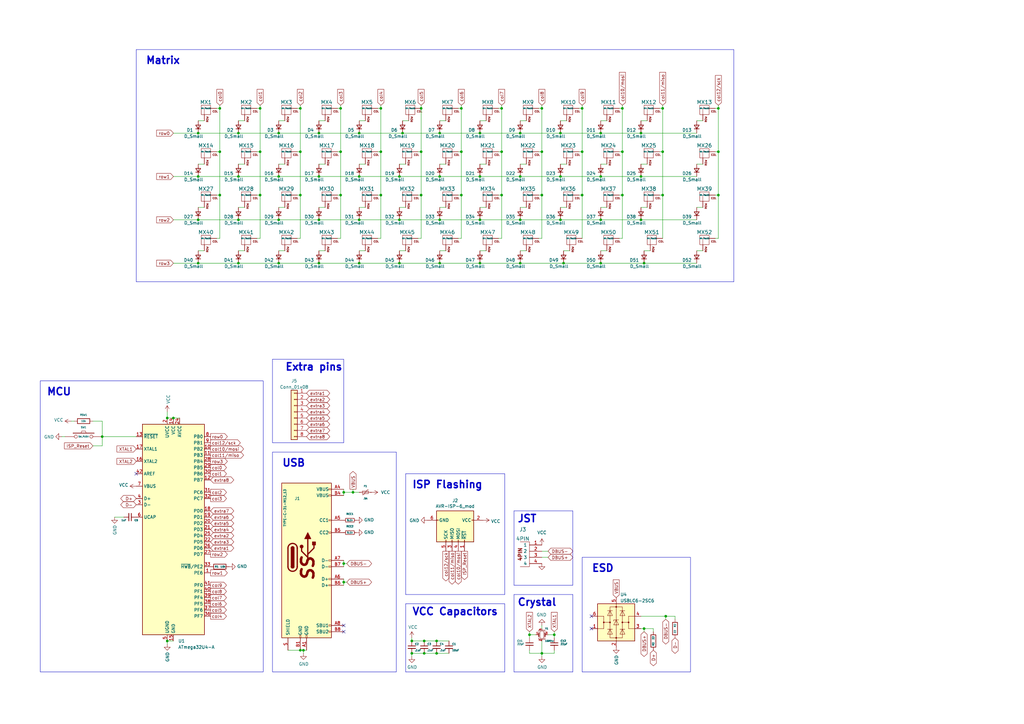
<source format=kicad_sch>
(kicad_sch (version 20230121) (generator eeschema)
  (paper "A3")
  (junction (at 97.79 90.17))
  (junction (at 140.97 238.76))
  (junction (at 172.72 62.23))
  (junction (at 165.1 54.61))
  (junction (at 246.38 54.61))
  (junction (at 189.23 44.45))
  (junction (at 222.25 80.01))
  (junction (at 123.19 44.45))
  (junction (at 123.19 266.7))
  (junction (at 168.91 262.89))
  (junction (at 246.38 90.17))
  (junction (at 41.91 179.07))
  (junction (at 90.17 62.23))
  (junction (at 246.38 107.95))
  (junction (at 180.34 90.17))
  (junction (at 163.83 90.17))
  (junction (at 130.81 90.17))
  (junction (at 180.34 54.61))
  (junction (at 124.46 266.7))
  (junction (at 130.81 54.61))
  (junction (at 255.27 44.45))
  (junction (at 294.64 62.23))
  (junction (at 90.17 80.01))
  (junction (at 130.81 72.39))
  (junction (at 81.28 90.17))
  (junction (at 217.17 260.35))
  (junction (at 229.87 54.61))
  (junction (at 222.25 267.97))
  (junction (at 227.33 260.35))
  (junction (at 213.36 72.39))
  (junction (at 168.91 267.97))
  (junction (at 90.17 44.45))
  (junction (at 196.85 107.95))
  (junction (at 262.89 90.17))
  (junction (at 114.3 90.17))
  (junction (at 156.21 44.45))
  (junction (at 255.27 80.01))
  (junction (at 71.12 171.45))
  (junction (at 262.89 72.39))
  (junction (at 156.21 62.23))
  (junction (at 140.97 201.93))
  (junction (at 222.25 44.45))
  (junction (at 238.76 80.01))
  (junction (at 213.36 90.17))
  (junction (at 68.58 262.89))
  (junction (at 97.79 107.95))
  (junction (at 156.21 80.01))
  (junction (at 196.85 54.61))
  (junction (at 114.3 107.95))
  (junction (at 179.07 262.89))
  (junction (at 222.25 62.23))
  (junction (at 97.79 72.39))
  (junction (at 264.16 257.81))
  (junction (at 173.99 267.97))
  (junction (at 172.72 44.45))
  (junction (at 106.68 62.23))
  (junction (at 238.76 62.23))
  (junction (at 147.32 90.17))
  (junction (at 262.89 54.61))
  (junction (at 123.19 62.23))
  (junction (at 144.78 201.93))
  (junction (at 139.7 62.23))
  (junction (at 179.07 267.97))
  (junction (at 163.83 107.95))
  (junction (at 139.7 44.45))
  (junction (at 173.99 262.89))
  (junction (at 189.23 80.01))
  (junction (at 246.38 72.39))
  (junction (at 180.34 107.95))
  (junction (at 81.28 72.39))
  (junction (at 123.19 80.01))
  (junction (at 147.32 72.39))
  (junction (at 196.85 72.39))
  (junction (at 147.32 107.95))
  (junction (at 196.85 90.17))
  (junction (at 255.27 62.23))
  (junction (at 189.23 62.23))
  (junction (at 130.81 107.95))
  (junction (at 205.74 44.45))
  (junction (at 271.78 62.23))
  (junction (at 213.36 107.95))
  (junction (at 273.05 252.73))
  (junction (at 172.72 80.01))
  (junction (at 114.3 54.61))
  (junction (at 81.28 54.61))
  (junction (at 294.64 44.45))
  (junction (at 139.7 80.01))
  (junction (at 231.14 107.95))
  (junction (at 294.64 80.01))
  (junction (at 238.76 44.45))
  (junction (at 68.58 171.45))
  (junction (at 140.97 231.14))
  (junction (at 147.32 54.61))
  (junction (at 97.79 54.61))
  (junction (at 163.83 72.39))
  (junction (at 213.36 54.61))
  (junction (at 106.68 44.45))
  (junction (at 229.87 72.39))
  (junction (at 114.3 72.39))
  (junction (at 81.28 107.95))
  (junction (at 271.78 80.01))
  (junction (at 264.16 107.95))
  (junction (at 106.68 80.01))
  (junction (at 205.74 80.01))
  (junction (at 180.34 72.39))
  (junction (at 271.78 44.45))
  (junction (at 205.74 62.23))
  (junction (at 229.87 90.17))
  (no_connect (at 140.97 259.08))
  (no_connect (at 242.57 252.73))
  (no_connect (at 140.97 256.54))
  (no_connect (at 242.57 257.81))
  (no_connect (at 55.88 194.31))
  (wire (pts (xy 255.27 62.23) (xy 254 62.23)))
  (wire (pts (xy 273.05 252.73) (xy 273.05 254)))
  (wire (pts (xy 172.72 80.01) (xy 171.45 80.01)))
  (wire (pts (xy 189.23 62.23) (xy 187.96 62.23)))
  (wire (pts (xy 262.89 72.39) (xy 285.75 72.39)))
  (polyline (pts (xy 207.01 194.31) (xy 207.01 243.84)))
  (wire (pts (xy 246.38 102.87) (xy 248.92 102.87)))
  (wire (pts (xy 140.97 231.14) (xy 140.97 232.41)))
  (wire (pts (xy 196.85 90.17) (xy 213.36 90.17)))
  (wire (pts (xy 139.7 44.45) (xy 138.43 44.45)))
  (wire (pts (xy 38.1 172.72) (xy 41.91 172.72)))
  (wire (pts (xy 68.58 262.89) (xy 68.58 264.16)))
  (wire (pts (xy 227.33 267.97) (xy 227.33 266.7)))
  (wire (pts (xy 231.14 102.87) (xy 233.68 102.87)))
  (wire (pts (xy 30.48 172.72) (xy 29.21 172.72)))
  (polyline (pts (xy 207.01 243.84) (xy 166.37 243.84)))
  (wire (pts (xy 147.32 67.31) (xy 149.86 67.31)))
  (wire (pts (xy 184.15 262.89) (xy 179.07 262.89)))
  (wire (pts (xy 220.98 62.23) (xy 222.25 62.23)))
  (wire (pts (xy 262.89 49.53) (xy 265.43 49.53)))
  (wire (pts (xy 147.32 49.53) (xy 149.86 49.53)))
  (wire (pts (xy 163.83 67.31) (xy 166.37 67.31)))
  (wire (pts (xy 154.94 80.01) (xy 156.21 80.01)))
  (wire (pts (xy 255.27 43.18) (xy 255.27 44.45)))
  (wire (pts (xy 154.94 62.23) (xy 156.21 62.23)))
  (wire (pts (xy 219.71 260.35) (xy 217.17 260.35)))
  (wire (pts (xy 138.43 62.23) (xy 139.7 62.23)))
  (wire (pts (xy 262.89 85.09) (xy 265.43 85.09)))
  (wire (pts (xy 270.51 62.23) (xy 271.78 62.23)))
  (wire (pts (xy 105.41 62.23) (xy 106.68 62.23)))
  (wire (pts (xy 285.75 67.31) (xy 288.29 67.31)))
  (wire (pts (xy 140.97 238.76) (xy 140.97 240.03)))
  (wire (pts (xy 285.75 49.53) (xy 288.29 49.53)))
  (wire (pts (xy 118.11 266.7) (xy 123.19 266.7)))
  (wire (pts (xy 88.9 62.23) (xy 90.17 62.23)))
  (wire (pts (xy 293.37 62.23) (xy 294.64 62.23)))
  (wire (pts (xy 123.19 266.7) (xy 124.46 266.7)))
  (wire (pts (xy 189.23 44.45) (xy 189.23 62.23)))
  (wire (pts (xy 213.36 90.17) (xy 229.87 90.17)))
  (wire (pts (xy 285.75 85.09) (xy 288.29 85.09)))
  (wire (pts (xy 220.98 44.45) (xy 222.25 44.45)))
  (wire (pts (xy 246.38 107.95) (xy 264.16 107.95)))
  (wire (pts (xy 26.67 179.07) (xy 25.4 179.07)))
  (wire (pts (xy 171.45 62.23) (xy 172.72 62.23)))
  (wire (pts (xy 97.79 67.31) (xy 100.33 67.31)))
  (wire (pts (xy 105.41 44.45) (xy 106.68 44.45)))
  (wire (pts (xy 81.28 67.31) (xy 83.82 67.31)))
  (wire (pts (xy 68.58 171.45) (xy 71.12 171.45)))
  (wire (pts (xy 196.85 85.09) (xy 199.39 85.09)))
  (wire (pts (xy 90.17 62.23) (xy 90.17 80.01)))
  (wire (pts (xy 196.85 107.95) (xy 213.36 107.95)))
  (wire (pts (xy 163.83 102.87) (xy 166.37 102.87)))
  (wire (pts (xy 154.94 44.45) (xy 156.21 44.45)))
  (wire (pts (xy 144.78 200.66) (xy 144.78 201.93)))
  (wire (pts (xy 123.19 62.23) (xy 123.19 80.01)))
  (wire (pts (xy 121.92 97.79) (xy 123.19 97.79)))
  (wire (pts (xy 97.79 49.53) (xy 100.33 49.53)))
  (wire (pts (xy 227.33 260.35) (xy 227.33 259.08)))
  (wire (pts (xy 130.81 107.95) (xy 147.32 107.95)))
  (wire (pts (xy 147.32 54.61) (xy 165.1 54.61)))
  (wire (pts (xy 205.74 43.18) (xy 205.74 44.45)))
  (polyline (pts (xy 210.82 209.55) (xy 234.95 209.55)))
  (wire (pts (xy 139.7 44.45) (xy 139.7 62.23)))
  (wire (pts (xy 180.34 107.95) (xy 196.85 107.95)))
  (wire (pts (xy 238.76 43.18) (xy 238.76 44.45)))
  (wire (pts (xy 114.3 102.87) (xy 116.84 102.87)))
  (wire (pts (xy 227.33 260.35) (xy 227.33 261.62)))
  (wire (pts (xy 238.76 80.01) (xy 237.49 80.01)))
  (polyline (pts (xy 234.95 275.59) (xy 234.95 243.84)))
  (wire (pts (xy 187.96 97.79) (xy 189.23 97.79)))
  (wire (pts (xy 264.16 257.81) (xy 267.97 257.81)))
  (wire (pts (xy 90.17 44.45) (xy 90.17 62.23)))
  (wire (pts (xy 204.47 80.01) (xy 205.74 80.01)))
  (wire (pts (xy 294.64 80.01) (xy 294.64 97.79)))
  (wire (pts (xy 81.28 107.95) (xy 97.79 107.95)))
  (wire (pts (xy 156.21 97.79) (xy 154.94 97.79)))
  (wire (pts (xy 106.68 80.01) (xy 106.68 97.79)))
  (wire (pts (xy 139.7 43.18) (xy 139.7 44.45)))
  (wire (pts (xy 139.7 80.01) (xy 139.7 97.79)))
  (wire (pts (xy 246.38 67.31) (xy 248.92 67.31)))
  (wire (pts (xy 71.12 72.39) (xy 81.28 72.39)))
  (wire (pts (xy 140.97 229.87) (xy 140.97 231.14)))
  (wire (pts (xy 140.97 201.93) (xy 144.78 201.93)))
  (wire (pts (xy 163.83 90.17) (xy 180.34 90.17)))
  (wire (pts (xy 254 80.01) (xy 255.27 80.01)))
  (wire (pts (xy 147.32 107.95) (xy 163.83 107.95)))
  (wire (pts (xy 196.85 54.61) (xy 213.36 54.61)))
  (wire (pts (xy 163.83 107.95) (xy 180.34 107.95)))
  (wire (pts (xy 106.68 62.23) (xy 106.68 80.01)))
  (wire (pts (xy 264.16 102.87) (xy 266.7 102.87)))
  (wire (pts (xy 180.34 49.53) (xy 182.88 49.53)))
  (wire (pts (xy 81.28 72.39) (xy 97.79 72.39)))
  (wire (pts (xy 165.1 54.61) (xy 180.34 54.61)))
  (wire (pts (xy 294.64 44.45) (xy 294.64 62.23)))
  (wire (pts (xy 156.21 43.18) (xy 156.21 44.45)))
  (wire (pts (xy 114.3 49.53) (xy 116.84 49.53)))
  (wire (pts (xy 220.98 80.01) (xy 222.25 80.01)))
  (wire (pts (xy 138.43 97.79) (xy 139.7 97.79)))
  (polyline (pts (xy 234.95 209.55) (xy 234.95 240.03)))
  (wire (pts (xy 180.34 85.09) (xy 182.88 85.09)))
  (wire (pts (xy 106.68 80.01) (xy 105.41 80.01)))
  (wire (pts (xy 271.78 44.45) (xy 271.78 62.23)))
  (wire (pts (xy 262.89 252.73) (xy 273.05 252.73)))
  (wire (pts (xy 222.25 226.06) (xy 224.79 226.06)))
  (wire (pts (xy 196.85 67.31) (xy 199.39 67.31)))
  (wire (pts (xy 68.58 262.89) (xy 71.12 262.89)))
  (wire (pts (xy 114.3 72.39) (xy 130.81 72.39)))
  (wire (pts (xy 180.34 102.87) (xy 182.88 102.87)))
  (wire (pts (xy 123.19 80.01) (xy 123.19 97.79)))
  (polyline (pts (xy 166.37 243.84) (xy 166.37 194.31)))
  (wire (pts (xy 172.72 62.23) (xy 172.72 80.01)))
  (wire (pts (xy 130.81 85.09) (xy 133.35 85.09)))
  (wire (pts (xy 222.25 80.01) (xy 222.25 97.79)))
  (wire (pts (xy 71.12 90.17) (xy 81.28 90.17)))
  (wire (pts (xy 71.12 107.95) (xy 81.28 107.95)))
  (wire (pts (xy 41.91 182.88) (xy 38.1 182.88)))
  (wire (pts (xy 271.78 43.18) (xy 271.78 44.45)))
  (wire (pts (xy 213.36 102.87) (xy 215.9 102.87)))
  (wire (pts (xy 222.25 267.97) (xy 222.25 269.24)))
  (wire (pts (xy 114.3 107.95) (xy 130.81 107.95)))
  (wire (pts (xy 213.36 67.31) (xy 215.9 67.31)))
  (wire (pts (xy 262.89 257.81) (xy 264.16 257.81)))
  (wire (pts (xy 264.16 107.95) (xy 285.75 107.95)))
  (wire (pts (xy 147.32 102.87) (xy 149.86 102.87)))
  (wire (pts (xy 270.51 44.45) (xy 271.78 44.45)))
  (wire (pts (xy 255.27 80.01) (xy 255.27 97.79)))
  (wire (pts (xy 173.99 262.89) (xy 168.91 262.89)))
  (wire (pts (xy 238.76 62.23) (xy 238.76 80.01)))
  (wire (pts (xy 231.14 107.95) (xy 246.38 107.95)))
  (wire (pts (xy 171.45 97.79) (xy 172.72 97.79)))
  (wire (pts (xy 262.89 54.61) (xy 285.75 54.61)))
  (wire (pts (xy 156.21 44.45) (xy 156.21 62.23)))
  (wire (pts (xy 238.76 80.01) (xy 238.76 97.79)))
  (wire (pts (xy 213.36 72.39) (xy 229.87 72.39)))
  (wire (pts (xy 229.87 85.09) (xy 232.41 85.09)))
  (wire (pts (xy 97.79 102.87) (xy 100.33 102.87)))
  (wire (pts (xy 81.28 85.09) (xy 83.82 85.09)))
  (wire (pts (xy 68.58 168.91) (xy 68.58 171.45)))
  (polyline (pts (xy 166.37 275.59) (xy 207.01 275.59)))
  (wire (pts (xy 114.3 54.61) (xy 130.81 54.61)))
  (wire (pts (xy 124.46 266.7) (xy 125.73 266.7)))
  (wire (pts (xy 165.1 49.53) (xy 167.64 49.53)))
  (wire (pts (xy 139.7 62.23) (xy 139.7 80.01)))
  (wire (pts (xy 140.97 237.49) (xy 140.97 238.76)))
  (wire (pts (xy 97.79 72.39) (xy 114.3 72.39)))
  (wire (pts (xy 123.19 62.23) (xy 121.92 62.23)))
  (wire (pts (xy 238.76 44.45) (xy 238.76 62.23)))
  (wire (pts (xy 294.64 62.23) (xy 294.64 80.01)))
  (wire (pts (xy 81.28 102.87) (xy 83.82 102.87)))
  (wire (pts (xy 172.72 43.18) (xy 172.72 44.45)))
  (wire (pts (xy 123.19 44.45) (xy 123.19 62.23)))
  (wire (pts (xy 124.46 266.7) (xy 124.46 267.97)))
  (wire (pts (xy 46.99 212.09) (xy 50.8 212.09)))
  (wire (pts (xy 130.81 67.31) (xy 133.35 67.31)))
  (wire (pts (xy 222.25 228.6) (xy 224.79 228.6)))
  (wire (pts (xy 271.78 80.01) (xy 271.78 97.79)))
  (wire (pts (xy 41.91 172.72) (xy 41.91 179.07)))
  (wire (pts (xy 173.99 267.97) (xy 168.91 267.97)))
  (wire (pts (xy 273.05 252.73) (xy 276.86 252.73)))
  (wire (pts (xy 294.64 43.18) (xy 294.64 44.45)))
  (wire (pts (xy 293.37 80.01) (xy 294.64 80.01)))
  (wire (pts (xy 140.97 200.66) (xy 140.97 201.93)))
  (wire (pts (xy 147.32 90.17) (xy 163.83 90.17)))
  (wire (pts (xy 88.9 44.45) (xy 90.17 44.45)))
  (wire (pts (xy 138.43 80.01) (xy 139.7 80.01)))
  (wire (pts (xy 179.07 267.97) (xy 173.99 267.97)))
  (wire (pts (xy 293.37 44.45) (xy 294.64 44.45)))
  (polyline (pts (xy 166.37 194.31) (xy 207.01 194.31)))
  (wire (pts (xy 229.87 72.39) (xy 246.38 72.39)))
  (wire (pts (xy 147.32 72.39) (xy 163.83 72.39)))
  (wire (pts (xy 168.91 267.97) (xy 168.91 269.24)))
  (wire (pts (xy 180.34 54.61) (xy 196.85 54.61)))
  (polyline (pts (xy 210.82 243.84) (xy 234.95 243.84)))
  (wire (pts (xy 217.17 266.7) (xy 217.17 267.97)))
  (wire (pts (xy 81.28 54.61) (xy 97.79 54.61)))
  (wire (pts (xy 270.51 80.01) (xy 271.78 80.01)))
  (wire (pts (xy 114.3 85.09) (xy 116.84 85.09)))
  (wire (pts (xy 71.12 171.45) (xy 73.66 171.45)))
  (wire (pts (xy 205.74 44.45) (xy 205.74 62.23)))
  (wire (pts (xy 180.34 90.17) (xy 196.85 90.17)))
  (wire (pts (xy 213.36 49.53) (xy 215.9 49.53)))
  (wire (pts (xy 262.89 90.17) (xy 285.75 90.17)))
  (wire (pts (xy 156.21 80.01) (xy 156.21 97.79)))
  (wire (pts (xy 168.91 261.62) (xy 168.91 262.89)))
  (wire (pts (xy 229.87 49.53) (xy 232.41 49.53)))
  (wire (pts (xy 130.81 49.53) (xy 133.35 49.53)))
  (wire (pts (xy 255.27 44.45) (xy 255.27 62.23)))
  (wire (pts (xy 142.24 231.14) (xy 140.97 231.14)))
  (wire (pts (xy 254 97.79) (xy 255.27 97.79)))
  (wire (pts (xy 41.91 179.07) (xy 41.91 182.88)))
  (wire (pts (xy 285.75 102.87) (xy 288.29 102.87)))
  (wire (pts (xy 196.85 72.39) (xy 213.36 72.39)))
  (wire (pts (xy 90.17 97.79) (xy 88.9 97.79)))
  (wire (pts (xy 293.37 97.79) (xy 294.64 97.79)))
  (wire (pts (xy 229.87 67.31) (xy 232.41 67.31)))
  (wire (pts (xy 81.28 49.53) (xy 83.82 49.53)))
  (wire (pts (xy 187.96 44.45) (xy 189.23 44.45)))
  (polyline (pts (xy 166.37 247.65) (xy 166.37 275.59)))
  (polyline (pts (xy 207.01 275.59) (xy 207.01 247.65)))
  (wire (pts (xy 123.19 43.18) (xy 123.19 44.45)))
  (wire (pts (xy 90.17 43.18) (xy 90.17 44.45)))
  (wire (pts (xy 184.15 267.97) (xy 179.07 267.97)))
  (wire (pts (xy 237.49 44.45) (xy 238.76 44.45)))
  (wire (pts (xy 114.3 67.31) (xy 116.84 67.31)))
  (wire (pts (xy 229.87 90.17) (xy 246.38 90.17)))
  (wire (pts (xy 142.24 238.76) (xy 140.97 238.76)))
  (wire (pts (xy 105.41 97.79) (xy 106.68 97.79)))
  (wire (pts (xy 271.78 62.23) (xy 271.78 80.01)))
  (wire (pts (xy 97.79 90.17) (xy 114.3 90.17)))
  (wire (pts (xy 222.25 62.23) (xy 222.25 80.01)))
  (wire (pts (xy 71.12 54.61) (xy 81.28 54.61)))
  (wire (pts (xy 179.07 262.89) (xy 173.99 262.89)))
  (wire (pts (xy 189.23 62.23) (xy 189.23 80.01)))
  (wire (pts (xy 172.72 44.45) (xy 172.72 62.23)))
  (wire (pts (xy 163.83 72.39) (xy 180.34 72.39)))
  (wire (pts (xy 205.74 80.01) (xy 205.74 97.79)))
  (wire (pts (xy 217.17 260.35) (xy 217.17 259.08)))
  (polyline (pts (xy 210.82 240.03) (xy 210.82 209.55)))
  (wire (pts (xy 196.85 49.53) (xy 199.39 49.53)))
  (wire (pts (xy 264.16 257.81) (xy 264.16 259.08)))
  (wire (pts (xy 90.17 80.01) (xy 90.17 97.79)))
  (wire (pts (xy 187.96 80.01) (xy 189.23 80.01)))
  (wire (pts (xy 180.34 72.39) (xy 196.85 72.39)))
  (wire (pts (xy 246.38 49.53) (xy 248.92 49.53)))
  (wire (pts (xy 217.17 267.97) (xy 222.25 267.97)))
  (wire (pts (xy 41.91 179.07) (xy 55.88 179.07)))
  (polyline (pts (xy 210.82 275.59) (xy 234.95 275.59)))
  (wire (pts (xy 130.81 102.87) (xy 133.35 102.87)))
  (wire (pts (xy 222.25 262.89) (xy 222.25 267.97)))
  (wire (pts (xy 222.25 97.79) (xy 220.98 97.79)))
  (wire (pts (xy 237.49 62.23) (xy 238.76 62.23)))
  (wire (pts (xy 246.38 85.09) (xy 248.92 85.09)))
  (polyline (pts (xy 207.01 247.65) (xy 166.37 247.65)))
  (wire (pts (xy 246.38 54.61) (xy 262.89 54.61)))
  (wire (pts (xy 114.3 90.17) (xy 130.81 90.17)))
  (wire (pts (xy 130.81 90.17) (xy 147.32 90.17)))
  (wire (pts (xy 229.87 54.61) (xy 246.38 54.61)))
  (wire (pts (xy 147.32 85.09) (xy 149.86 85.09)))
  (wire (pts (xy 222.25 44.45) (xy 222.25 62.23)))
  (wire (pts (xy 163.83 85.09) (xy 166.37 85.09)))
  (wire (pts (xy 81.28 90.17) (xy 97.79 90.17)))
  (wire (pts (xy 180.34 67.31) (xy 182.88 67.31)))
  (wire (pts (xy 130.81 54.61) (xy 147.32 54.61)))
  (wire (pts (xy 255.27 62.23) (xy 255.27 80.01)))
  (wire (pts (xy 246.38 72.39) (xy 262.89 72.39)))
  (wire (pts (xy 97.79 54.61) (xy 114.3 54.61)))
  (wire (pts (xy 222.25 256.54) (xy 222.25 257.81)))
  (wire (pts (xy 144.78 201.93) (xy 147.32 201.93)))
  (wire (pts (xy 276.86 252.73) (xy 276.86 254)))
  (wire (pts (xy 224.79 260.35) (xy 227.33 260.35)))
  (wire (pts (xy 97.79 107.95) (xy 114.3 107.95)))
  (wire (pts (xy 121.92 80.01) (xy 123.19 80.01)))
  (polyline (pts (xy 210.82 240.03) (xy 234.95 240.03)))
  (wire (pts (xy 205.74 44.45) (xy 204.47 44.45)))
  (wire (pts (xy 156.21 62.23) (xy 156.21 80.01)))
  (wire (pts (xy 130.81 72.39) (xy 147.32 72.39)))
  (wire (pts (xy 189.23 43.18) (xy 189.23 44.45)))
  (wire (pts (xy 222.25 43.18) (xy 222.25 44.45)))
  (polyline (pts (xy 210.82 243.84) (xy 210.82 275.59)))
  (wire (pts (xy 204.47 62.23) (xy 205.74 62.23)))
  (wire (pts (xy 222.25 267.97) (xy 227.33 267.97)))
  (wire (pts (xy 213.36 107.95) (xy 231.14 107.95)))
  (wire (pts (xy 121.92 44.45) (xy 123.19 44.45)))
  (wire (pts (xy 97.79 85.09) (xy 100.33 85.09)))
  (wire (pts (xy 254 44.45) (xy 255.27 44.45)))
  (wire (pts (xy 106.68 44.45) (xy 106.68 62.23)))
  (wire (pts (xy 196.85 102.87) (xy 199.39 102.87)))
  (wire (pts (xy 172.72 80.01) (xy 172.72 97.79)))
  (wire (pts (xy 88.9 80.01) (xy 90.17 80.01)))
  (wire (pts (xy 246.38 90.17) (xy 262.89 90.17)))
  (wire (pts (xy 213.36 85.09) (xy 215.9 85.09)))
  (wire (pts (xy 217.17 260.35) (xy 217.17 261.62)))
  (wire (pts (xy 262.89 67.31) (xy 265.43 67.31)))
  (wire (pts (xy 205.74 62.23) (xy 205.74 80.01)))
  (wire (pts (xy 204.47 97.79) (xy 205.74 97.79)))
  (wire (pts (xy 213.36 54.61) (xy 229.87 54.61)))
  (wire (pts (xy 106.68 43.18) (xy 106.68 44.45)))
  (wire (pts (xy 267.97 257.81) (xy 267.97 259.08)))
  (wire (pts (xy 140.97 201.93) (xy 140.97 203.2)))
  (wire (pts (xy 189.23 80.01) (xy 189.23 97.79)))
  (rectangle (start 16.51 156.21) (end 107.95 275.59))
  (rectangle (start 238.76 228.6) (end 283.21 275.59))
  (rectangle (start 111.76 147.32) (end 140.97 181.61))
  (rectangle (start 111.76 185.42) (end 162.56 275.59))
  (rectangle (start 55.88 20.32) (end 300.99 115.57))
  (text "ESD" (at 242.57 234.95 0) (effects (font (size 3 3) (thickness 0.6) bold) (justify left bottom)))
  (text "ISP Flashing" (at 168.91 200.66 0) (effects (font (size 3 3) (thickness 0.6) bold) (justify left bottom)))
  (text "Matrix" (at 59.69 26.67 0) (effects (font (size 3 3) (thickness 0.6) bold) (justify left bottom)))
  (text "VCC Capacitors" (at 168.91 252.73 0) (effects (font (size 3 3) (thickness 0.6) bold) (justify left bottom)))
  (text "Crystal" (at 212.09 248.92 0) (effects (font (size 3 3) (thickness 0.6) bold) (justify left bottom)))
  (text "Extra pins" (at 116.84 152.4 0) (effects (font (size 3 3) (thickness 0.6) bold) (justify left bottom)))
  (text "JST" (at 212.09 214.63 0) (effects (font (size 3 3) (thickness 0.6) bold) (justify left bottom)))
  (text "MCU" (at 19.05 162.56 0) (effects (font (size 3 3) (thickness 0.6) bold) (justify left bottom)))
  (text "USB" (at 115.57 191.77 0) (effects (font (size 3 3) (thickness 0.6) bold) (justify left bottom)))
  (global_label "row0" (shape input) (at 71.12 54.61 180) (property "Intersheetrefs" "${INTERSHEET_REFS}" (effects hide)))
  (global_label "col5" (shape output) (at 86.36 250.19 0) (property "Intersheetrefs" "${INTERSHEET_REFS}" (effects hide)))
  (global_label "col8" (shape output) (at 86.36 242.57 0) (property "Intersheetrefs" "${INTERSHEET_REFS}" (effects hide)))
  (global_label "col6" (shape output) (at 86.36 247.65 0) (property "Intersheetrefs" "${INTERSHEET_REFS}" (effects hide)))
  (global_label "row3" (shape output) (at 86.36 189.23 0) (property "Intersheetrefs" "${INTERSHEET_REFS}" (effects hide)))
  (global_label "DBUS+" (shape bidirectional) (at 264.16 259.08 270) (property "Intersheetrefs" "${INTERSHEET_REFS}" (effects hide)))
  (global_label "col4" (shape input) (at 156.21 43.18 90) (property "Intersheetrefs" "${INTERSHEET_REFS}" (effects hide)))
  (global_label "extra1" (shape bidirectional) (at 125.73 161.29 0) (property "Intersheetrefs" "${INTERSHEET_REFS}" (effects hide)))
  (global_label "col9" (shape output) (at 86.36 240.03 0) (property "Intersheetrefs" "${INTERSHEET_REFS}" (effects hide)))
  (global_label "VBUS" (shape output) (at 144.78 200.66 90) (property "Intersheetrefs" "${INTERSHEET_REFS}" (effects hide)))
  (global_label "extra8" (shape bidirectional) (at 86.36 196.85 0) (property "Intersheetrefs" "${INTERSHEET_REFS}" (effects hide)))
  (global_label "D+" (shape bidirectional) (at 55.88 204.47 180) (property "Intersheetrefs" "${INTERSHEET_REFS}" (effects hide)))
  (global_label "extra3" (shape bidirectional) (at 125.73 166.37 0) (property "Intersheetrefs" "${INTERSHEET_REFS}" (effects hide)))
  (global_label "extra6" (shape bidirectional) (at 86.36 212.09 0) (property "Intersheetrefs" "${INTERSHEET_REFS}" (effects hide)))
  (global_label "col12{slash}sck" (shape output) (at 182.88 226.06 270) (property "Intersheetrefs" "${INTERSHEET_REFS}" (effects hide)))
  (global_label "col2" (shape input) (at 123.19 43.18 90) (property "Intersheetrefs" "${INTERSHEET_REFS}" (effects hide)))
  (global_label "DBUS-" (shape bidirectional) (at 273.05 254 270) (property "Intersheetrefs" "${INTERSHEET_REFS}" (effects hide)))
  (global_label "ISP_Reset" (shape output) (at 190.5 226.06 270) (property "Intersheetrefs" "${INTERSHEET_REFS}" (effects hide)))
  (global_label "extra7" (shape bidirectional) (at 125.73 176.53 0) (property "Intersheetrefs" "${INTERSHEET_REFS}" (effects hide)))
  (global_label "col6" (shape input) (at 189.23 43.18 90) (property "Intersheetrefs" "${INTERSHEET_REFS}" (effects hide)))
  (global_label "XTAL1" (shape input) (at 55.88 184.15 180) (property "Intersheetrefs" "${INTERSHEET_REFS}" (effects hide)))
  (global_label "row2" (shape input) (at 71.12 90.17 180) (property "Intersheetrefs" "${INTERSHEET_REFS}" (effects hide)))
  (global_label "col11{slash}miso" (shape output) (at 185.42 226.06 270) (property "Intersheetrefs" "${INTERSHEET_REFS}" (effects hide)))
  (global_label "extra5" (shape bidirectional) (at 86.36 214.63 0) (property "Intersheetrefs" "${INTERSHEET_REFS}" (effects hide)))
  (global_label "col3" (shape input) (at 139.7 43.18 90) (property "Intersheetrefs" "${INTERSHEET_REFS}" (effects hide)))
  (global_label "D-" (shape bidirectional) (at 55.88 207.01 180) (property "Intersheetrefs" "${INTERSHEET_REFS}" (effects hide)))
  (global_label "extra6" (shape bidirectional) (at 125.73 173.99 0) (property "Intersheetrefs" "${INTERSHEET_REFS}" (effects hide)))
  (global_label "col10{slash}mosi" (shape output) (at 187.96 226.06 270) (property "Intersheetrefs" "${INTERSHEET_REFS}" (effects hide)))
  (global_label "XTAL1" (shape input) (at 227.33 259.08 90) (property "Intersheetrefs" "${INTERSHEET_REFS}" (effects hide)))
  (global_label "extra7" (shape bidirectional) (at 86.36 209.55 0) (property "Intersheetrefs" "${INTERSHEET_REFS}" (effects hide)))
  (global_label "col9" (shape input) (at 238.76 43.18 90) (property "Intersheetrefs" "${INTERSHEET_REFS}" (effects hide)))
  (global_label "extra1" (shape bidirectional) (at 86.36 224.79 0) (property "Intersheetrefs" "${INTERSHEET_REFS}" (effects hide)))
  (global_label "col5" (shape input) (at 172.72 43.18 90) (property "Intersheetrefs" "${INTERSHEET_REFS}" (effects hide)))
  (global_label "XTAL2" (shape input) (at 55.88 189.23 180) (property "Intersheetrefs" "${INTERSHEET_REFS}" (effects hide)))
  (global_label "col2" (shape output) (at 86.36 201.93 0) (property "Intersheetrefs" "${INTERSHEET_REFS}" (effects hide)))
  (global_label "row1" (shape output) (at 86.36 234.95 0) (property "Intersheetrefs" "${INTERSHEET_REFS}" (effects hide)))
  (global_label "DBUS+" (shape bidirectional) (at 142.24 238.76 0) (property "Intersheetrefs" "${INTERSHEET_REFS}" (effects hide)))
  (global_label "col3" (shape output) (at 86.36 204.47 0) (property "Intersheetrefs" "${INTERSHEET_REFS}" (effects hide)))
  (global_label "row0" (shape output) (at 86.36 179.07 0) (property "Intersheetrefs" "${INTERSHEET_REFS}" (effects hide)))
  (global_label "extra2" (shape bidirectional) (at 125.73 163.83 0) (property "Intersheetrefs" "${INTERSHEET_REFS}" (effects hide)))
  (global_label "extra8" (shape bidirectional) (at 125.73 179.07 0) (property "Intersheetrefs" "${INTERSHEET_REFS}" (effects hide)))
  (global_label "extra4" (shape bidirectional) (at 86.36 217.17 0) (property "Intersheetrefs" "${INTERSHEET_REFS}" (effects hide)))
  (global_label "row1" (shape input) (at 71.12 72.39 180) (property "Intersheetrefs" "${INTERSHEET_REFS}" (effects hide)))
  (global_label "col10{slash}mosi" (shape input) (at 255.27 43.18 90) (property "Intersheetrefs" "${INTERSHEET_REFS}" (effects hide)))
  (global_label "row3" (shape input) (at 71.12 107.95 180) (property "Intersheetrefs" "${INTERSHEET_REFS}" (effects hide)))
  (global_label "col1" (shape input) (at 106.68 43.18 90) (property "Intersheetrefs" "${INTERSHEET_REFS}" (effects hide)))
  (global_label "DBUS-" (shape bidirectional) (at 224.79 226.06 0) (property "Intersheetrefs" "${INTERSHEET_REFS}" (effects hide)))
  (global_label "D-" (shape bidirectional) (at 276.86 261.62 270) (property "Intersheetrefs" "${INTERSHEET_REFS}" (effects hide)))
  (global_label "col4" (shape output) (at 86.36 252.73 0) (property "Intersheetrefs" "${INTERSHEET_REFS}" (effects hide)))
  (global_label "col7" (shape input) (at 205.74 43.18 90) (property "Intersheetrefs" "${INTERSHEET_REFS}" (effects hide)))
  (global_label "col0" (shape input) (at 90.17 43.18 90) (property "Intersheetrefs" "${INTERSHEET_REFS}" (effects hide)))
  (global_label "D+" (shape bidirectional) (at 267.97 266.7 270) (property "Intersheetrefs" "${INTERSHEET_REFS}" (effects hide)))
  (global_label "DBUS+" (shape bidirectional) (at 224.79 228.6 0) (property "Intersheetrefs" "${INTERSHEET_REFS}" (effects hide)))
  (global_label "col11{slash}miso" (shape output) (at 86.36 186.69 0) (property "Intersheetrefs" "${INTERSHEET_REFS}" (effects hide)))
  (global_label "extra2" (shape bidirectional) (at 86.36 219.71 0) (property "Intersheetrefs" "${INTERSHEET_REFS}" (effects hide)))
  (global_label "extra4" (shape bidirectional) (at 125.73 168.91 0) (property "Intersheetrefs" "${INTERSHEET_REFS}" (effects hide)))
  (global_label "XTAL2" (shape input) (at 217.17 259.08 90) (property "Intersheetrefs" "${INTERSHEET_REFS}" (effects hide)))
  (global_label "row2" (shape output) (at 86.36 227.33 0) (property "Intersheetrefs" "${INTERSHEET_REFS}" (effects hide)))
  (global_label "extra5" (shape bidirectional) (at 125.73 171.45 0) (property "Intersheetrefs" "${INTERSHEET_REFS}" (effects hide)))
  (global_label "col7" (shape output) (at 86.36 245.11 0) (property "Intersheetrefs" "${INTERSHEET_REFS}" (effects hide)))
  (global_label "col1" (shape output) (at 86.36 194.31 0) (property "Intersheetrefs" "${INTERSHEET_REFS}" (effects hide)))
  (global_label "DBUS-" (shape bidirectional) (at 142.24 231.14 0) (property "Intersheetrefs" "${INTERSHEET_REFS}" (effects hide)))
  (global_label "col12{slash}sck" (shape output) (at 86.36 181.61 0) (property "Intersheetrefs" "${INTERSHEET_REFS}" (effects hide)))
  (global_label "col0" (shape output) (at 86.36 191.77 0) (property "Intersheetrefs" "${INTERSHEET_REFS}" (effects hide)))
  (global_label "extra3" (shape bidirectional) (at 86.36 222.25 0) (property "Intersheetrefs" "${INTERSHEET_REFS}" (effects hide)))
  (global_label "col10{slash}mosi" (shape output) (at 86.36 184.15 0) (property "Intersheetrefs" "${INTERSHEET_REFS}" (effects hide)))
  (global_label "col11{slash}miso" (shape input) (at 271.78 43.18 90) (property "Intersheetrefs" "${INTERSHEET_REFS}" (effects hide)))
  (global_label "col12{slash}sck" (shape input) (at 294.64 43.18 90) (property "Intersheetrefs" "${INTERSHEET_REFS}" (effects hide)))
  (global_label "ISP_Reset" (shape input) (at 38.1 182.88 180) (property "Intersheetrefs" "${INTERSHEET_REFS}" (effects hide)))
  (global_label "col8" (shape input) (at 222.25 43.18 90) (property "Intersheetrefs" "${INTERSHEET_REFS}" (effects hide)))
  (global_label "VBUS" (shape input) (at 252.73 245.11 90) (property "Intersheetrefs" "${INTERSHEET_REFS}" (effects hide)))
  (symbol (lib_id "Device:D_Small") (at 262.89 69.85 90) (unit 1)
    (property "Reference" "D25" (at 260.858 71.12 90) (effects (justify left)))
    (property "Value" "D_Small" (at 264.922 73.66 90) (effects (justify left)))
    (property "Footprint" "Diode_SMD:D_SOD-123" (effects hide))
    (property "Sim.Device" "D" (effects hide))
    (property "Sim.Pins" "1=K 2=A" (effects hide))
  )
  (symbol (lib_id "MX_Alps_Hybrid:MX-NoLED") (at 134.62 99.06 0) (unit 1)
    (property "Reference" "MX43" (at 133.985 95.25 0) (effects (font (size 1.524 1.524))))
    (property "Value" "MX-NoLED" (at 133.985 97.79 0) (effects (font (size 0.508 0.508))))
    (property "Footprint" "MX_Only:MXOnly-1U-Hotswap" (effects hide))
  )
  (symbol (lib_id "Device:D_Small") (at 246.38 105.41 90) (unit 1)
    (property "Reference" "D50" (at 244.348 106.68 90) (effects (justify left)))
    (property "Value" "D_Small" (at 248.412 109.22 90) (effects (justify left)))
    (property "Footprint" "Diode_SMD:D_SOD-123" (effects hide))
    (property "Sim.Device" "D" (effects hide))
    (property "Sim.Pins" "1=K 2=A" (effects hide))
  )
  (symbol (lib_id "MX_Alps_Hybrid:MX-NoLED") (at 200.66 81.28 0) (unit 1)
    (property "Reference" "MX34" (at 200.025 77.47 0) (effects (font (size 1.524 1.524))))
    (property "Value" "MX-NoLED" (at 200.025 80.01 0) (effects (font (size 0.508 0.508))))
    (property "Footprint" "MX_Only:MXOnly-1U-Hotswap" (effects hide))
  )
  (symbol (lib_id "power:GND") (at 68.58 264.16 0) (unit 1)
    (property "Reference" "#PWR05" (effects hide))
    (property "Value" "GND" (at 68.707 267.4112 90) (effects (justify right)))
  )
  (symbol (lib_id "MX_Alps_Hybrid:MX-NoLED") (at 250.19 63.5 0) (unit 1)
    (property "Reference" "MX24" (at 249.555 59.69 0) (effects (font (size 1.524 1.524))))
    (property "Value" "MX-NoLED" (at 249.555 62.23 0) (effects (font (size 0.508 0.508))))
    (property "Footprint" "MX_Only:MXOnly-1U-Hotswap" (effects hide))
  )
  (symbol (lib_id "Device:D_Small") (at 285.75 69.85 90) (unit 1)
    (property "Reference" "D26" (at 283.718 71.12 90) (effects (justify left)))
    (property "Value" "D_Small" (at 287.782 73.66 90) (effects (justify left)))
    (property "Footprint" "Diode_SMD:D_SOD-123" (effects hide))
    (property "Sim.Device" "D" (effects hide))
    (property "Sim.Pins" "1=K 2=A" (effects hide))
  )
  (symbol (lib_id "power:GND") (at 252.73 265.43 0) (unit 1)
    (property "Reference" "#PWR023" (effects hide))
    (property "Value" "GND" (at 252.857 268.6812 90) (effects (justify right)))
  )
  (symbol (lib_id "Device:D_Small") (at 262.89 87.63 90) (unit 1)
    (property "Reference" "D38" (at 260.858 88.9 90) (effects (justify left)))
    (property "Value" "D_Small" (at 264.922 91.44 90) (effects (justify left)))
    (property "Footprint" "Diode_SMD:D_SOD-123" (effects hide))
    (property "Sim.Device" "D" (effects hide))
    (property "Sim.Pins" "1=K 2=A" (effects hide))
  )
  (symbol (lib_id "Device:D_Small") (at 264.16 105.41 90) (unit 1)
    (property "Reference" "D51" (at 262.128 106.68 90) (effects (justify left)))
    (property "Value" "D_Small" (at 266.192 109.22 90) (effects (justify left)))
    (property "Footprint" "Diode_SMD:D_SOD-123" (effects hide))
    (property "Sim.Device" "D" (effects hide))
    (property "Sim.Pins" "1=K 2=A" (effects hide))
  )
  (symbol (lib_id "Device:D_Small") (at 213.36 105.41 90) (unit 1)
    (property "Reference" "D48" (at 211.328 106.68 90) (effects (justify left)))
    (property "Value" "D_Small" (at 215.392 109.22 90) (effects (justify left)))
    (property "Footprint" "Diode_SMD:D_SOD-123" (effects hide))
    (property "Sim.Device" "D" (effects hide))
    (property "Sim.Pins" "1=K 2=A" (effects hide))
  )
  (symbol (lib_id "Device:D_Small") (at 229.87 69.85 90) (unit 1)
    (property "Reference" "D23" (at 227.838 71.12 90) (effects (justify left)))
    (property "Value" "D_Small" (at 231.902 73.66 90) (effects (justify left)))
    (property "Footprint" "Diode_SMD:D_SOD-123" (effects hide))
    (property "Sim.Device" "D" (effects hide))
    (property "Sim.Pins" "1=K 2=A" (effects hide))
  )
  (symbol (lib_id "MX_Alps_Hybrid:MX-NoLED") (at 85.09 99.06 0) (unit 1)
    (property "Reference" "MX40" (at 84.455 95.25 0) (effects (font (size 1.524 1.524))))
    (property "Value" "MX-NoLED" (at 84.455 97.79 0) (effects (font (size 0.508 0.508))))
    (property "Footprint" "MX_Only:MXOnly-1U-Hotswap" (effects hide))
  )
  (symbol (lib_id "Device:R_Small") (at 143.51 218.44 270) (unit 1)
    (property "Reference" "RCC2" (at 143.51 215.9 90) (effects (font (size 0.7112 0.7112))))
    (property "Value" "5.1k" (at 143.51 218.44 90) (effects (font (size 0.7112 0.7112))))
    (property "Footprint" "Resistor_SMD:R_0805_2012Metric" (effects hide))
  )
  (symbol (lib_id "power:GND") (at 146.05 213.36 90) (unit 1)
    (property "Reference" "#PWR08" (effects hide))
    (property "Value" "GND" (at 149.3012 213.233 90) (effects (justify right)))
  )
  (symbol (lib_id "power:GND") (at 168.91 269.24 0) (unit 1)
    (property "Reference" "#PWR015" (effects hide))
    (property "Value" "GND" (at 169.037 273.6342 0))
  )
  (symbol (lib_id "MX_Alps_Hybrid:MX-NoLED") (at 134.62 81.28 0) (unit 1)
    (property "Reference" "MX30" (at 133.985 77.47 0) (effects (font (size 1.524 1.524))))
    (property "Value" "MX-NoLED" (at 133.985 80.01 0) (effects (font (size 0.508 0.508))))
    (property "Footprint" "MX_Only:MXOnly-1U-Hotswap" (effects hide))
  )
  (symbol (lib_id "Device:D_Small") (at 147.32 87.63 90) (unit 1)
    (property "Reference" "D31" (at 145.288 88.9 90) (effects (justify left)))
    (property "Value" "D_Small" (at 149.352 91.44 90) (effects (justify left)))
    (property "Footprint" "Diode_SMD:D_SOD-123" (effects hide))
    (property "Sim.Device" "D" (effects hide))
    (property "Sim.Pins" "1=K 2=A" (effects hide))
  )
  (symbol (lib_id "MX_Alps_Hybrid:MX-NoLED") (at 134.62 63.5 0) (unit 1)
    (property "Reference" "MX17" (at 133.985 59.69 0) (effects (font (size 1.524 1.524))))
    (property "Value" "MX-NoLED" (at 133.985 62.23 0) (effects (font (size 0.508 0.508))))
    (property "Footprint" "MX_Only:MXOnly-1U-Hotswap" (effects hide))
  )
  (symbol (lib_id "Device:D_Small") (at 147.32 52.07 90) (unit 1)
    (property "Reference" "D5" (at 145.288 53.34 90) (effects (justify left)))
    (property "Value" "D_Small" (at 149.352 55.88 90) (effects (justify left)))
    (property "Footprint" "Diode_SMD:D_SOD-123" (effects hide))
    (property "Sim.Device" "D" (effects hide))
    (property "Sim.Pins" "1=K 2=A" (effects hide))
  )
  (symbol (lib_id "MX_Alps_Hybrid:MX-NoLED") (at 134.62 45.72 0) (unit 1)
    (property "Reference" "MX4" (at 133.985 41.91 0) (effects (font (size 1.524 1.524))))
    (property "Value" "MX-NoLED" (at 133.985 44.45 0) (effects (font (size 0.508 0.508))))
    (property "Footprint" "MX_Only:MXOnly-1U-Hotswap" (effects hide))
  )
  (symbol (lib_id "Device:D_Small") (at 130.81 87.63 90) (unit 1)
    (property "Reference" "D30" (at 128.778 88.9 90) (effects (justify left)))
    (property "Value" "D_Small" (at 132.842 91.44 90) (effects (justify left)))
    (property "Footprint" "Diode_SMD:D_SOD-123" (effects hide))
    (property "Sim.Device" "D" (effects hide))
    (property "Sim.Pins" "1=K 2=A" (effects hide))
  )
  (symbol (lib_id "pcb-rescue:SW_PUSH-keyboard_parts-Ori-rescue-lucy-rescue") (at 34.29 179.07 0) (unit 1)
    (property "Reference" "SW1" (at 34.29 175.26 0) (effects (font (size 0.7112 0.7112))))
    (property "Value" "SW_PUSH" (at 34.29 179.07 0) (effects (font (size 0.6096 0.6096))))
    (property "Footprint" "random-keyboard-parts:SKQG-1155865" (effects hide))
  )
  (symbol (lib_id "Device:D_Small") (at 81.28 69.85 90) (unit 1)
    (property "Reference" "D14" (at 79.248 71.12 90) (effects (justify left)))
    (property "Value" "D_Small" (at 83.312 73.66 90) (effects (justify left)))
    (property "Footprint" "Diode_SMD:D_SOD-123" (effects hide))
    (property "Sim.Device" "D" (effects hide))
    (property "Sim.Pins" "1=K 2=A" (effects hide))
  )
  (symbol (lib_id "power:GND") (at 124.46 267.97 0) (unit 1)
    (property "Reference" "#PWR07" (effects hide))
    (property "Value" "GND" (at 124.587 272.3642 0))
  )
  (symbol (lib_id "MX_Alps_Hybrid:MX-NoLED") (at 118.11 45.72 0) (unit 1)
    (property "Reference" "MX3" (at 117.475 41.91 0) (effects (font (size 1.524 1.524))))
    (property "Value" "MX-NoLED" (at 117.475 44.45 0) (effects (font (size 0.508 0.508))))
    (property "Footprint" "MX_Only:MXOnly-1U-Hotswap" (effects hide))
  )
  (symbol (lib_id "MX_Alps_Hybrid:MX-NoLED") (at 250.19 99.06 0) (unit 1)
    (property "Reference" "MX50" (at 249.555 95.25 0) (effects (font (size 1.524 1.524))))
    (property "Value" "MX-NoLED" (at 249.555 97.79 0) (effects (font (size 0.508 0.508))))
    (property "Footprint" "MX_Only:MXOnly-1U-Hotswap" (effects hide))
  )
  (symbol (lib_id "Device:R") (at 90.17 232.41 270) (unit 1)
    (property "Reference" "R1" (at 88.9 232.41 90) (effects (font (size 0.762 0.762))))
    (property "Value" "10k" (at 91.44 232.41 90) (effects (font (size 0.762 0.762))))
    (property "Footprint" "Resistor_SMD:R_0805_2012Metric" (effects hide))
  )
  (symbol (lib_id "Device:D_Small") (at 165.1 52.07 90) (unit 1)
    (property "Reference" "D6" (at 163.068 53.34 90) (effects (justify left)))
    (property "Value" "D_Small" (at 167.132 55.88 90) (effects (justify left)))
    (property "Footprint" "Diode_SMD:D_SOD-123" (effects hide))
    (property "Sim.Device" "D" (effects hide))
    (property "Sim.Pins" "1=K 2=A" (effects hide))
  )
  (symbol (lib_id "Device:D_Small") (at 246.38 69.85 90) (unit 1)
    (property "Reference" "D24" (at 244.348 71.12 90) (effects (justify left)))
    (property "Value" "D_Small" (at 248.412 73.66 90) (effects (justify left)))
    (property "Footprint" "Diode_SMD:D_SOD-123" (effects hide))
    (property "Sim.Device" "D" (effects hide))
    (property "Sim.Pins" "1=K 2=A" (effects hide))
  )
  (symbol (lib_id "MX_Alps_Hybrid:MX-NoLED") (at 118.11 81.28 0) (unit 1)
    (property "Reference" "MX29" (at 117.475 77.47 0) (effects (font (size 1.524 1.524))))
    (property "Value" "MX-NoLED" (at 117.475 80.01 0) (effects (font (size 0.508 0.508))))
    (property "Footprint" "MX_Only:MXOnly-1U-Hotswap" (effects hide))
  )
  (symbol (lib_id "Device:D_Small") (at 163.83 69.85 90) (unit 1)
    (property "Reference" "D19" (at 161.798 71.12 90) (effects (justify left)))
    (property "Value" "D_Small" (at 165.862 73.66 90) (effects (justify left)))
    (property "Footprint" "Diode_SMD:D_SOD-123" (effects hide))
    (property "Sim.Device" "D" (effects hide))
    (property "Sim.Pins" "1=K 2=A" (effects hide))
  )
  (symbol (lib_id "MX_Alps_Hybrid:MX-NoLED") (at 151.13 99.06 0) (unit 1)
    (property "Reference" "MX44" (at 150.495 95.25 0) (effects (font (size 1.524 1.524))))
    (property "Value" "MX-NoLED" (at 150.495 97.79 0) (effects (font (size 0.508 0.508))))
    (property "Footprint" "MX_Only:MXOnly-1U-Hotswap" (effects hide))
  )
  (symbol (lib_id "power:GND") (at 25.4 179.07 270) (unit 1)
    (property "Reference" "#PWR01" (effects hide))
    (property "Value" "GND" (at 22.1488 179.197 90) (effects (justify right)))
  )
  (symbol (lib_id "Device:D_Small") (at 231.14 105.41 90) (unit 1)
    (property "Reference" "D49" (at 229.108 106.68 90) (effects (justify left)))
    (property "Value" "D_Small" (at 233.172 109.22 90) (effects (justify left)))
    (property "Footprint" "Diode_SMD:D_SOD-123" (effects hide))
    (property "Sim.Device" "D" (effects hide))
    (property "Sim.Pins" "1=K 2=A" (effects hide))
  )
  (symbol (lib_id "Device:D_Small") (at 213.36 87.63 90) (unit 1)
    (property "Reference" "D35" (at 211.328 88.9 90) (effects (justify left)))
    (property "Value" "D_Small" (at 215.392 91.44 90) (effects (justify left)))
    (property "Footprint" "Diode_SMD:D_SOD-123" (effects hide))
    (property "Sim.Device" "D" (effects hide))
    (property "Sim.Pins" "1=K 2=A" (effects hide))
  )
  (symbol (lib_id "MX_Alps_Hybrid:MX-NoLED") (at 85.09 45.72 0) (unit 1)
    (property "Reference" "MX1" (at 84.455 41.91 0) (effects (font (size 1.524 1.524))))
    (property "Value" "MX-NoLED" (at 84.455 44.45 0) (effects (font (size 0.508 0.508))))
    (property "Footprint" "MX_Only:MXOnly-1U-Hotswap" (effects hide))
  )
  (symbol (lib_id "MX_Alps_Hybrid:MX-NoLED") (at 250.19 81.28 0) (unit 1)
    (property "Reference" "MX37" (at 249.555 77.47 0) (effects (font (size 1.524 1.524))))
    (property "Value" "MX-NoLED" (at 249.555 80.01 0) (effects (font (size 0.508 0.508))))
    (property "Footprint" "MX_Only:MXOnly-1U-Hotswap" (effects hide))
  )
  (symbol (lib_id "Device:R") (at 34.29 172.72 270) (unit 1)
    (property "Reference" "RSW1" (at 34.29 170.18 90) (effects (font (size 0.7112 0.7112))))
    (property "Value" "10k" (at 34.29 172.72 90) (effects (font (size 0.7112 0.7112))))
    (property "Footprint" "Resistor_SMD:R_0805_2012Metric" (effects hide))
  )
  (symbol (lib_id "Device:D_Small") (at 196.85 52.07 90) (unit 1)
    (property "Reference" "D8" (at 194.818 53.34 90) (effects (justify left)))
    (property "Value" "D_Small" (at 198.882 55.88 90) (effects (justify left)))
    (property "Footprint" "Diode_SMD:D_SOD-123" (effects hide))
    (property "Sim.Device" "D" (effects hide))
    (property "Sim.Pins" "1=K 2=A" (effects hide))
  )
  (symbol (lib_id "Device:R") (at 267.97 262.89 0) (unit 1)
    (property "Reference" "R3" (at 267.97 264.16 90) (effects (font (size 0.7112 0.7112))))
    (property "Value" "22" (at 267.97 261.62 90) (effects (font (size 0.7112 0.7112))))
    (property "Footprint" "Resistor_SMD:R_0805_2012Metric" (effects hide))
  )
  (symbol (lib_id "power:GND") (at 222.25 269.24 0) (unit 1)
    (property "Reference" "#PWR017" (effects hide))
    (property "Value" "GND" (at 222.377 273.6342 0))
  )
  (symbol (lib_id "power:VCC") (at 222.25 223.52 0) (unit 1)
    (property "Reference" "#PWR018" (effects hide))
    (property "Value" "VCC" (at 222.25 218.44 0))
  )
  (symbol (lib_id "MX_Alps_Hybrid:MX-NoLED") (at 118.11 63.5 0) (unit 1)
    (property "Reference" "MX16" (at 117.475 59.69 0) (effects (font (size 1.524 1.524))))
    (property "Value" "MX-NoLED" (at 117.475 62.23 0) (effects (font (size 0.508 0.508))))
    (property "Footprint" "MX_Only:MXOnly-1U-Hotswap" (effects hide))
  )
  (symbol (lib_id "power:GND") (at 175.26 213.36 270) (unit 1)
    (property "Reference" "#PWR011" (effects hide))
    (property "Value" "GND" (at 172.0088 213.487 90) (effects (justify right)))
  )
  (symbol (lib_id "MX_Alps_Hybrid:MX-NoLED") (at 184.15 45.72 0) (unit 1)
    (property "Reference" "MX7" (at 183.515 41.91 0) (effects (font (size 1.524 1.524))))
    (property "Value" "MX-NoLED" (at 183.515 44.45 0) (effects (font (size 0.508 0.508))))
    (property "Footprint" "MX_Only:MXOnly-1U-Hotswap" (effects hide))
  )
  (symbol (lib_id "MX_Alps_Hybrid:MX-NoLED") (at 101.6 63.5 0) (unit 1)
    (property "Reference" "MX15" (at 100.965 59.69 0) (effects (font (size 1.524 1.524))))
    (property "Value" "MX-NoLED" (at 100.965 62.23 0) (effects (font (size 0.508 0.508))))
    (property "Footprint" "MX_Only:MXOnly-1U-Hotswap" (effects hide))
  )
  (symbol (lib_id "MX_Alps_Hybrid:MX-NoLED") (at 167.64 63.5 0) (unit 1)
    (property "Reference" "MX19" (at 167.005 59.69 0) (effects (font (size 1.524 1.524))))
    (property "Value" "MX-NoLED" (at 167.005 62.23 0) (effects (font (size 0.508 0.508))))
    (property "Footprint" "MX_Only:MXOnly-1U-Hotswap" (effects hide))
  )
  (symbol (lib_id "MX_Alps_Hybrid:MX-NoLED") (at 266.7 63.5 0) (unit 1)
    (property "Reference" "MX25" (at 266.065 59.69 0) (effects (font (size 1.524 1.524))))
    (property "Value" "MX-NoLED" (at 266.065 62.23 0) (effects (font (size 0.508 0.508))))
    (property "Footprint" "MX_Only:MXOnly-1U-Hotswap" (effects hide))
  )
  (symbol (lib_id "MX_Alps_Hybrid:MX-NoLED") (at 168.91 45.72 0) (unit 1)
    (property "Reference" "MX6" (at 168.275 41.91 0) (effects (font (size 1.524 1.524))))
    (property "Value" "MX-NoLED" (at 168.275 44.45 0) (effects (font (size 0.508 0.508))))
    (property "Footprint" "MX_Only:MXOnly-1U-Hotswap" (effects hide))
  )
  (symbol (lib_id "Device:D_Small") (at 114.3 105.41 90) (unit 1)
    (property "Reference" "D42" (at 112.268 106.68 90) (effects (justify left)))
    (property "Value" "D_Small" (at 116.332 109.22 90) (effects (justify left)))
    (property "Footprint" "Diode_SMD:D_SOD-123" (effects hide))
    (property "Sim.Device" "D" (effects hide))
    (property "Sim.Pins" "1=K 2=A" (effects hide))
  )
  (symbol (lib_id "MX_Alps_Hybrid:MX-NoLED") (at 250.19 45.72 0) (unit 1)
    (property "Reference" "MX11" (at 249.555 41.91 0) (effects (font (size 1.524 1.524))))
    (property "Value" "MX-NoLED" (at 249.555 44.45 0) (effects (font (size 0.508 0.508))))
    (property "Footprint" "MX_Only:MXOnly-1U-Hotswap" (effects hide))
  )
  (symbol (lib_id "MX_Alps_Hybrid:MX-NoLED") (at 267.97 99.06 0) (unit 1)
    (property "Reference" "MX51" (at 267.335 95.25 0) (effects (font (size 1.524 1.524))))
    (property "Value" "MX-NoLED" (at 267.335 97.79 0) (effects (font (size 0.508 0.508))))
    (property "Footprint" "MX_Only:MXOnly-1U-Hotswap" (effects hide))
  )
  (symbol (lib_id "MX_Alps_Hybrid:MX-NoLED") (at 101.6 45.72 0) (unit 1)
    (property "Reference" "MX2" (at 100.965 41.91 0) (effects (font (size 1.524 1.524))))
    (property "Value" "MX-NoLED" (at 100.965 44.45 0) (effects (font (size 0.508 0.508))))
    (property "Footprint" "MX_Only:MXOnly-1U-Hotswap" (effects hide))
  )
  (symbol (lib_id "MX_Alps_Hybrid:MX-NoLED") (at 200.66 63.5 0) (unit 1)
    (property "Reference" "MX21" (at 200.025 59.69 0) (effects (font (size 1.524 1.524))))
    (property "Value" "MX-NoLED" (at 200.025 62.23 0) (effects (font (size 0.508 0.508))))
    (property "Footprint" "MX_Only:MXOnly-1U-Hotswap" (effects hide))
  )
  (symbol (lib_id "component:GND") (at 222.25 232.41 0) (unit 1)
    (property "Reference" "#PWR019" (effects hide))
    (property "Value" "GND" (effects hide))
  )
  (symbol (lib_id "Device:D_Small") (at 97.79 87.63 90) (unit 1)
    (property "Reference" "D28" (at 95.758 88.9 90) (effects (justify left)))
    (property "Value" "D_Small" (at 99.822 91.44 90) (effects (justify left)))
    (property "Footprint" "Diode_SMD:D_SOD-123" (effects hide))
    (property "Sim.Device" "D" (effects hide))
    (property "Sim.Pins" "1=K 2=A" (effects hide))
  )
  (symbol (lib_id "pcb-rescue:TYPE-C-31-M12_13-acheronSymbols-Ori-rescue-lucy-rescue") (at 125.73 229.87 0) (unit 1)
    (property "Reference" "J1" (at 121.92 204.47 0) (effects (font (size 1.1938 1.1938))))
    (property "Value" "TYPE-C-31-M12_13" (at 116.84 208.28 90) (effects (font (size 0.9652 0.9652))))
    (property "Footprint" "acheron_Connectors:TYPE-C-31-M-12" (effects hide))
    (property "Datasheet" "https://www.usb.org/sites/default/files/documents/usb_type-c.zip" (effects hide))
  )
  (symbol (lib_id "MX_Alps_Hybrid:MX-NoLED") (at 118.11 99.06 0) (unit 1)
    (property "Reference" "MX42" (at 117.475 95.25 0) (effects (font (size 1.524 1.524))))
    (property "Value" "MX-NoLED" (at 117.475 97.79 0) (effects (font (size 0.508 0.508))))
    (property "Footprint" "MX_Only:MXOnly-1U-Hotswap" (effects hide))
  )
  (symbol (lib_id "Device:D_Small") (at 180.34 52.07 90) (unit 1)
    (property "Reference" "D7" (at 178.308 53.34 90) (effects (justify left)))
    (property "Value" "D_Small" (at 182.372 55.88 90) (effects (justify left)))
    (property "Footprint" "Diode_SMD:D_SOD-123" (effects hide))
    (property "Sim.Device" "D" (effects hide))
    (property "Sim.Pins" "1=K 2=A" (effects hide))
  )
  (symbol (lib_id "MX_Alps_Hybrid:MX-NoLED") (at 151.13 63.5 0) (unit 1)
    (property "Reference" "MX18" (at 150.495 59.69 0) (effects (font (size 1.524 1.524))))
    (property "Value" "MX-NoLED" (at 150.495 62.23 0) (effects (font (size 0.508 0.508))))
    (property "Footprint" "MX_Only:MXOnly-1U-Hotswap" (effects hide))
  )
  (symbol (lib_id "MX_Alps_Hybrid:MX-NoLED") (at 200.66 45.72 0) (unit 1)
    (property "Reference" "MX8" (at 200.025 41.91 0) (effects (font (size 1.524 1.524))))
    (property "Value" "MX-NoLED" (at 200.025 44.45 0) (effects (font (size 0.508 0.508))))
    (property "Footprint" "MX_Only:MXOnly-1U-Hotswap" (effects hide))
  )
  (symbol (lib_id "Device:D_Small") (at 97.79 69.85 90) (unit 1)
    (property "Reference" "D15" (at 95.758 71.12 90) (effects (justify left)))
    (property "Value" "D_Small" (at 99.822 73.66 90) (effects (justify left)))
    (property "Footprint" "Diode_SMD:D_SOD-123" (effects hide))
    (property "Sim.Device" "D" (effects hide))
    (property "Sim.Pins" "1=K 2=A" (effects hide))
  )
  (symbol (lib_id "Device:C_Small") (at 53.34 212.09 270) (unit 1)
    (property "Reference" "C5" (at 55.88 213.36 90) (effects (font (size 0.7112 0.7112))))
    (property "Value" "1uF" (at 50.8 213.36 90) (effects (font (size 0.7112 0.7112))))
    (property "Footprint" "Capacitor_SMD:C_0805_2012Metric" (effects hide))
  )
  (symbol (lib_id "Device:D_Small") (at 246.38 87.63 90) (unit 1)
    (property "Reference" "D37" (at 244.348 88.9 90) (effects (justify left)))
    (property "Value" "D_Small" (at 248.412 91.44 90) (effects (justify left)))
    (property "Footprint" "Diode_SMD:D_SOD-123" (effects hide))
    (property "Sim.Device" "D" (effects hide))
    (property "Sim.Pins" "1=K 2=A" (effects hide))
  )
  (symbol (lib_id "pcb-rescue:AVR-ISP-6_mod-Connector-Ori-rescue-lucy-rescue") (at 185.42 215.9 270) (unit 1)
    (property "Reference" "J2" (at 186.69 205.3082 90))
    (property "Value" "AVR-ISP-6_mod" (at 186.69 207.6196 90))
    (property "Footprint" "acheron_Connectors:PinHeader_1x6_P2.54mm_Vertical" (effects hide))
    (property "Datasheet" " ~" (effects hide))
  )
  (symbol (lib_id "MX_Alps_Hybrid:MX-NoLED") (at 217.17 45.72 0) (unit 1)
    (property "Reference" "MX9" (at 216.535 41.91 0) (effects (font (size 1.524 1.524))))
    (property "Value" "MX-NoLED" (at 216.535 44.45 0) (effects (font (size 0.508 0.508))))
    (property "Footprint" "MX_Only:MXOnly-1U-Hotswap" (effects hide))
  )
  (symbol (lib_id "MX_Alps_Hybrid:MX-NoLED") (at 151.13 81.28 0) (unit 1)
    (property "Reference" "MX31" (at 150.495 77.47 0) (effects (font (size 1.524 1.524))))
    (property "Value" "MX-NoLED" (at 150.495 80.01 0) (effects (font (size 0.508 0.508))))
    (property "Footprint" "MX_Only:MXOnly-1U-Hotswap" (effects hide))
  )
  (symbol (lib_id "Device:C_Small") (at 227.33 264.16 0) (unit 1)
    (property "Reference" "CX2" (at 229.87 262.89 0) (effects (font (size 0.762 0.762)) (justify left)))
    (property "Value" "22pF" (at 229.87 264.16 0) (effects (font (size 0.762 0.762)) (justify left)))
    (property "Footprint" "Capacitor_SMD:C_0805_2012Metric" (effects hide))
  )
  (symbol (lib_id "MX_Alps_Hybrid:MX-NoLED") (at 101.6 81.28 0) (unit 1)
    (property "Reference" "MX28" (at 100.965 77.47 0) (effects (font (size 1.524 1.524))))
    (property "Value" "MX-NoLED" (at 100.965 80.01 0) (effects (font (size 0.508 0.508))))
    (property "Footprint" "MX_Only:MXOnly-1U-Hotswap" (effects hide))
  )
  (symbol (lib_id "Device:D_Small") (at 196.85 87.63 90) (unit 1)
    (property "Reference" "D34" (at 194.818 88.9 90) (effects (justify left)))
    (property "Value" "D_Small" (at 198.882 91.44 90) (effects (justify left)))
    (property "Footprint" "Diode_SMD:D_SOD-123" (effects hide))
    (property "Sim.Device" "D" (effects hide))
    (property "Sim.Pins" "1=K 2=A" (effects hide))
  )
  (symbol (lib_id "power:VCC") (at 152.4 201.93 270) (unit 1)
    (property "Reference" "#PWR010" (effects hide))
    (property "Value" "VCC" (at 156.21 201.9299 90) (effects (justify left)))
  )
  (symbol (lib_id "MX_Alps_Hybrid:MX-NoLED") (at 151.13 45.72 0) (unit 1)
    (property "Reference" "MX5" (at 150.495 41.91 0) (effects (font (size 1.524 1.524))))
    (property "Value" "MX-NoLED" (at 150.495 44.45 0) (effects (font (size 0.508 0.508))))
    (property "Footprint" "MX_Only:MXOnly-1U-Hotswap" (effects hide))
  )
  (symbol (lib_id "MX_Alps_Hybrid:MX-NoLED") (at 85.09 81.28 0) (unit 1)
    (property "Reference" "MX27" (at 84.455 77.47 0) (effects (font (size 1.524 1.524))))
    (property "Value" "MX-NoLED" (at 84.455 80.01 0) (effects (font (size 0.508 0.508))))
    (property "Footprint" "MX_Only:MXOnly-1U-Hotswap" (effects hide))
  )
  (symbol (lib_id "Power_Protection:USBLC6-2SC6") (at 252.73 255.27 0) (unit 1)
    (property "Reference" "U4" (at 254.3811 243.84 0) (effects (justify left)))
    (property "Value" "USBLC6-2SC6" (at 254.3811 246.38 0) (effects (justify left)))
    (property "Footprint" "marbastlib-various:SOT-23-6-routable" (effects hide))
    (property "Datasheet" "https://www.st.com/resource/en/datasheet/usblc6-2.pdf" (effects hide))
  )
  (symbol (lib_id "MX_Alps_Hybrid:MX-NoLED") (at 184.15 81.28 0) (unit 1)
    (property "Reference" "MX33" (at 183.515 77.47 0) (effects (font (size 1.524 1.524))))
    (property "Value" "MX-NoLED" (at 183.515 80.01 0) (effects (font (size 0.508 0.508))))
    (property "Footprint" "MX_Only:MXOnly-1U-Hotswap" (effects hide))
  )
  (symbol (lib_id "Device:C_Small") (at 184.15 265.43 0) (unit 1)
    (property "Reference" "C1" (at 185.42 264.16 0) (effects (font (size 0.762 0.762)) (justify left)))
    (property "Value" "10uF" (at 185.42 266.7 0) (effects (font (size 0.762 0.762)) (justify left)))
    (property "Footprint" "Capacitor_SMD:C_0805_2012Metric" (effects hide))
  )
  (symbol (lib_id "Device:C_Small") (at 168.91 265.43 0) (unit 1)
    (property "Reference" "C2" (at 170.18 264.16 0) (effects (font (size 0.762 0.762)) (justify left)))
    (property "Value" ".1uF" (at 170.18 266.7 0) (effects (font (size 0.762 0.762)) (justify left)))
    (property "Footprint" "Capacitor_SMD:C_0805_2012Metric" (effects hide))
  )
  (symbol (lib_id "power:GND") (at 46.99 212.09 0) (unit 1)
    (property "Reference" "#PWR03" (effects hide))
    (property "Value" "GND" (at 47.117 215.3412 90) (effects (justify right)))
  )
  (symbol (lib_id "Connector_Generic:Conn_01x08") (at 120.65 168.91 0) (mirror y) (unit 1)
    (property "Reference" "J5" (at 120.65 156.21 0))
    (property "Value" "Conn_01x08" (at 120.65 158.75 0))
    (property "Footprint" "Connector_PinSocket_2.54mm:PinSocket_1x08_P2.54mm_Vertical" (effects hide))
  )
  (symbol (lib_id "Device:C_Small") (at 217.17 264.16 0) (unit 1)
    (property "Reference" "CX1" (at 212.09 262.89 0) (effects (font (size 0.762 0.762)) (justify left)))
    (property "Value" "22pF" (at 212.09 264.16 0) (effects (font (size 0.762 0.762)) (justify left)))
    (property "Footprint" "Capacitor_SMD:C_0805_2012Metric" (effects hide))
  )
  (symbol (lib_id "Device:D_Small") (at 285.75 52.07 90) (unit 1)
    (property "Reference" "D13" (at 283.718 53.34 90) (effects (justify left)))
    (property "Value" "D_Small" (at 287.782 55.88 90) (effects (justify left)))
    (property "Footprint" "Diode_SMD:D_SOD-123" (effects hide))
    (property "Sim.Device" "D" (effects hide))
    (property "Sim.Pins" "1=K 2=A" (effects hide))
  )
  (symbol (lib_id "Device:D_Small") (at 180.34 105.41 90) (unit 1)
    (property "Reference" "D46" (at 178.308 106.68 90) (effects (justify left)))
    (property "Value" "D_Small" (at 182.372 109.22 90) (effects (justify left)))
    (property "Footprint" "Diode_SMD:D_SOD-123" (effects hide))
    (property "Sim.Device" "D" (effects hide))
    (property "Sim.Pins" "1=K 2=A" (effects hide))
  )
  (symbol (lib_id "Device:D_Small") (at 147.32 105.41 90) (unit 1)
    (property "Reference" "D44" (at 145.288 106.68 90) (effects (justify left)))
    (property "Value" "D_Small" (at 149.352 109.22 90) (effects (justify left)))
    (property "Footprint" "Diode_SMD:D_SOD-123" (effects hide))
    (property "Sim.Device" "D" (effects hide))
    (property "Sim.Pins" "1=K 2=A" (effects hide))
  )
  (symbol (lib_id "power:GND") (at 93.98 232.41 90) (unit 1)
    (property "Reference" "#PWR06" (effects hide))
    (property "Value" "GND" (at 97.2312 232.283 90) (effects (justify right)))
  )
  (symbol (lib_id "MX_Alps_Hybrid:MX-NoLED") (at 289.56 81.28 0) (unit 1)
    (property "Reference" "MX39" (at 288.925 77.47 0) (effects (font (size 1.524 1.524))))
    (property "Value" "MX-NoLED" (at 288.925 80.01 0) (effects (font (size 0.508 0.508))))
    (property "Footprint" "MX_Only:MXOnly-1U-Hotswap" (effects hide))
  )
  (symbol (lib_id "MX_Alps_Hybrid:MX-NoLED") (at 233.68 63.5 0) (unit 1)
    (property "Reference" "MX23" (at 233.045 59.69 0) (effects (font (size 1.524 1.524))))
    (property "Value" "MX-NoLED" (at 233.045 62.23 0) (effects (font (size 0.508 0.508))))
    (property "Footprint" "MX_Only:MXOnly-1U-Hotswap" (effects hide))
  )
  (symbol (lib_id "Device:D_Small") (at 196.85 105.41 90) (unit 1)
    (property "Reference" "D47" (at 194.818 106.68 90) (effects (justify left)))
    (property "Value" "D_Small" (at 198.882 109.22 90) (effects (justify left)))
    (property "Footprint" "Diode_SMD:D_SOD-123" (effects hide))
    (property "Sim.Device" "D" (effects hide))
    (property "Sim.Pins" "1=K 2=A" (effects hide))
  )
  (symbol (lib_id "Device:D_Small") (at 180.34 69.85 90) (unit 1)
    (property "Reference" "D20" (at 178.308 71.12 90) (effects (justify left)))
    (property "Value" "D_Small" (at 182.372 73.66 90) (effects (justify left)))
    (property "Footprint" "Diode_SMD:D_SOD-123" (effects hide))
    (property "Sim.Device" "D" (effects hide))
    (property "Sim.Pins" "1=K 2=A" (effects hide))
  )
  (symbol (lib_id "Device:D_Small") (at 130.81 105.41 90) (unit 1)
    (property "Reference" "D43" (at 128.778 106.68 90) (effects (justify left)))
    (property "Value" "D_Small" (at 132.842 109.22 90) (effects (justify left)))
    (property "Footprint" "Diode_SMD:D_SOD-123" (effects hide))
    (property "Sim.Device" "D" (effects hide))
    (property "Sim.Pins" "1=K 2=A" (effects hide))
  )
  (symbol (lib_id "MX_Alps_Hybrid:MX-NoLED") (at 233.68 45.72 0) (unit 1)
    (property "Reference" "MX10" (at 233.045 41.91 0) (effects (font (size 1.524 1.524))))
    (property "Value" "MX-NoLED" (at 233.045 44.45 0) (effects (font (size 0.508 0.508))))
    (property "Footprint" "MX_Only:MXOnly-1U-Hotswap" (effects hide))
  )
  (symbol (lib_id "Device:Polyfuse_Small") (at 149.86 201.93 270) (unit 1)
    (property "Reference" "F1" (at 149.86 199.39 90) (effects (font (size 0.7112 0.7112))))
    (property "Value" ".5A" (at 149.86 204.47 90) (effects (font (size 0.7112 0.7112))))
    (property "Footprint" "Fuse:Fuse_0805_2012Metric_Pad1.15x1.40mm_HandSolder" (effects hide))
  )
  (symbol (lib_id "MX_Alps_Hybrid:MX-NoLED") (at 289.56 45.72 0) (unit 1)
    (property "Reference" "MX13" (at 288.925 41.91 0) (effects (font (size 1.524 1.524))))
    (property "Value" "MX-NoLED" (at 288.925 44.45 0) (effects (font (size 0.508 0.508))))
    (property "Footprint" "MX_Only:MXOnly-1U-Hotswap" (effects hide))
  )
  (symbol (lib_id "MX_Alps_Hybrid:MX-NoLED") (at 167.64 81.28 0) (unit 1)
    (property "Reference" "MX32" (at 167.005 77.47 0) (effects (font (size 1.524 1.524))))
    (property "Value" "MX-NoLED" (at 167.005 80.01 0) (effects (font (size 0.508 0.508))))
    (property "Footprint" "MX_Only:MXOnly-1U-Hotswap" (effects hide))
  )
  (symbol (lib_id "Device:C_Small") (at 179.07 265.43 0) (unit 1)
    (property "Reference" "C4" (at 180.34 264.16 0) (effects (font (size 0.762 0.762)) (justify left)))
    (property "Value" ".1uF" (at 180.34 266.7 0) (effects (font (size 0.762 0.762)) (justify left)))
    (property "Footprint" "Capacitor_SMD:C_0805_2012Metric" (effects hide))
  )
  (symbol (lib_id "Device:D_Small") (at 285.75 105.41 90) (unit 1)
    (property "Reference" "D52" (at 283.718 106.68 90) (effects (justify left)))
    (property "Value" "D_Small" (at 287.782 109.22 90) (effects (justify left)))
    (property "Footprint" "Diode_SMD:D_SOD-123" (effects hide))
    (property "Sim.Device" "D" (effects hide))
    (property "Sim.Pins" "1=K 2=A" (effects hide))
  )
  (symbol (lib_id "Device:D_Small") (at 114.3 69.85 90) (unit 1)
    (property "Reference" "D16" (at 112.268 71.12 90) (effects (justify left)))
    (property "Value" "D_Small" (at 116.332 73.66 90) (effects (justify left)))
    (property "Footprint" "Diode_SMD:D_SOD-123" (effects hide))
    (property "Sim.Device" "D" (effects hide))
    (property "Sim.Pins" "1=K 2=A" (effects hide))
  )
  (symbol (lib_id "Device:R") (at 276.86 257.81 180) (unit 1)
    (property "Reference" "R2" (at 276.86 256.54 90) (effects (font (size 0.7112 0.7112))))
    (property "Value" "22" (at 276.86 259.08 90) (effects (font (size 0.7112 0.7112))))
    (property "Footprint" "Resistor_SMD:R_0805_2012Metric" (effects hide))
  )
  (symbol (lib_id "Device:D_Small") (at 229.87 87.63 90) (unit 1)
    (property "Reference" "D36" (at 227.838 88.9 90) (effects (justify left)))
    (property "Value" "D_Small" (at 231.902 91.44 90) (effects (justify left)))
    (property "Footprint" "Diode_SMD:D_SOD-123" (effects hide))
    (property "Sim.Device" "D" (effects hide))
    (property "Sim.Pins" "1=K 2=A" (effects hide))
  )
  (symbol (lib_id "Device:D_Small") (at 262.89 52.07 90) (unit 1)
    (property "Reference" "D12" (at 260.858 53.34 90) (effects (justify left)))
    (property "Value" "D_Small" (at 264.922 55.88 90) (effects (justify left)))
    (property "Footprint" "Diode_SMD:D_SOD-123" (effects hide))
    (property "Sim.Device" "D" (effects hide))
    (property "Sim.Pins" "1=K 2=A" (effects hide))
  )
  (symbol (lib_id "MX_Alps_Hybrid:MX-NoLED") (at 234.95 99.06 0) (unit 1)
    (property "Reference" "MX49" (at 234.315 95.25 0) (effects (font (size 1.524 1.524))))
    (property "Value" "MX-NoLED" (at 234.315 97.79 0) (effects (font (size 0.508 0.508))))
    (property "Footprint" "MX_Only:MXOnly-1U-Hotswap" (effects hide))
  )
  (symbol (lib_id "Device:D_Small") (at 229.87 52.07 90) (unit 1)
    (property "Reference" "D10" (at 227.838 53.34 90) (effects (justify left)))
    (property "Value" "D_Small" (at 231.902 55.88 90) (effects (justify left)))
    (property "Footprint" "Diode_SMD:D_SOD-123" (effects hide))
    (property "Sim.Device" "D" (effects hide))
    (property "Sim.Pins" "1=K 2=A" (effects hide))
  )
  (symbol (lib_id "Device:D_Small") (at 147.32 69.85 90) (unit 1)
    (property "Reference" "D18" (at 145.288 71.12 90) (effects (justify left)))
    (property "Value" "D_Small" (at 149.352 73.66 90) (effects (justify left)))
    (property "Footprint" "Diode_SMD:D_SOD-123" (effects hide))
    (property "Sim.Device" "D" (effects hide))
    (property "Sim.Pins" "1=K 2=A" (effects hide))
  )
  (symbol (lib_id "Device:C_Small") (at 173.99 265.43 0) (unit 1)
    (property "Reference" "C3" (at 175.26 264.16 0) (effects (font (size 0.762 0.762)) (justify left)))
    (property "Value" ".1uF" (at 175.26 266.7 0) (effects (font (size 0.762 0.762)) (justify left)))
    (property "Footprint" "Capacitor_SMD:C_0805_2012Metric" (effects hide))
  )
  (symbol (lib_id "MX_Alps_Hybrid:MX-NoLED") (at 200.66 99.06 0) (unit 1)
    (property "Reference" "MX47" (at 200.025 95.25 0) (effects (font (size 1.524 1.524))))
    (property "Value" "MX-NoLED" (at 200.025 97.79 0) (effects (font (size 0.508 0.508))))
    (property "Footprint" "MX_Only:MXOnly-1U-Hotswap" (effects hide))
  )
  (symbol (lib_id "Device:D_Small") (at 114.3 87.63 90) (unit 1)
    (property "Reference" "D29" (at 112.268 88.9 90) (effects (justify left)))
    (property "Value" "D_Small" (at 116.332 91.44 90) (effects (justify left)))
    (property "Footprint" "Diode_SMD:D_SOD-123" (effects hide))
    (property "Sim.Device" "D" (effects hide))
    (property "Sim.Pins" "1=K 2=A" (effects hide))
  )
  (symbol (lib_id "Device:D_Small") (at 246.38 52.07 90) (unit 1)
    (property "Reference" "D11" (at 244.348 53.34 90) (effects (justify left)))
    (property "Value" "D_Small" (at 248.412 55.88 90) (effects (justify left)))
    (property "Footprint" "Diode_SMD:D_SOD-123" (effects hide))
    (property "Sim.Device" "D" (effects hide))
    (property "Sim.Pins" "1=K 2=A" (effects hide))
  )
  (symbol (lib_id "MX_Alps_Hybrid:MX-NoLED") (at 85.09 63.5 0) (unit 1)
    (property "Reference" "MX14" (at 84.455 59.69 0) (effects (font (size 1.524 1.524))))
    (property "Value" "MX-NoLED" (at 84.455 62.23 0) (effects (font (size 0.508 0.508))))
    (property "Footprint" "MX_Only:MXOnly-1U-Hotswap" (effects hide))
  )
  (symbol (lib_id "MX_Alps_Hybrid:MX-NoLED") (at 217.17 99.06 0) (unit 1)
    (property "Reference" "MX48" (at 216.535 95.25 0) (effects (font (size 1.524 1.524))))
    (property "Value" "MX-NoLED" (at 216.535 97.79 0) (effects (font (size 0.508 0.508))))
    (property "Footprint" "MX_Only:MXOnly-1U-Hotswap" (effects hide))
  )
  (symbol (lib_id "Device:D_Small") (at 97.79 105.41 90) (unit 1)
    (property "Reference" "D41" (at 95.758 106.68 90) (effects (justify left)))
    (property "Value" "D_Small" (at 99.822 109.22 90) (effects (justify left)))
    (property "Footprint" "Diode_SMD:D_SOD-123" (effects hide))
    (property "Sim.Device" "D" (effects hide))
    (property "Sim.Pins" "1=K 2=A" (effects hide))
  )
  (symbol (lib_id "power:VCC") (at 29.21 172.72 90) (unit 1)
    (property "Reference" "#PWR02" (effects hide))
    (property "Value" "VCC" (at 25.9842 172.2628 90) (effects (justify left)))
  )
  (symbol (lib_id "MX_Alps_Hybrid:MX-NoLED") (at 289.56 63.5 0) (unit 1)
    (property "Reference" "MX26" (at 288.925 59.69 0) (effects (font (size 1.524 1.524))))
    (property "Value" "MX-NoLED" (at 288.925 62.23 0) (effects (font (size 0.508 0.508))))
    (property "Footprint" "MX_Only:MXOnly-1U-Hotswap" (effects hide))
  )
  (symbol (lib_id "Device:D_Small") (at 213.36 69.85 90) (unit 1)
    (property "Reference" "D22" (at 211.328 71.12 90) (effects (justify left)))
    (property "Value" "D_Small" (at 215.392 73.66 90) (effects (justify left)))
    (property "Footprint" "Diode_SMD:D_SOD-123" (effects hide))
    (property "Sim.Device" "D" (effects hide))
    (property "Sim.Pins" "1=K 2=A" (effects hide))
  )
  (symbol (lib_id "Device:D_Small") (at 81.28 52.07 90) (unit 1)
    (property "Reference" "D1" (at 79.248 53.34 90) (effects (justify left)))
    (property "Value" "D_Small" (at 83.312 55.88 90) (effects (justify left)))
    (property "Footprint" "Diode_SMD:D_SOD-123" (effects hide))
    (property "Sim.Device" "D" (effects hide))
    (property "Sim.Pins" "1=K 2=A" (effects hide))
  )
  (symbol (lib_id "Device:D_Small") (at 213.36 52.07 90) (unit 1)
    (property "Reference" "D9" (at 211.328 53.34 90) (effects (justify left)))
    (property "Value" "D_Small" (at 215.392 55.88 90) (effects (justify left)))
    (property "Footprint" "Diode_SMD:D_SOD-123" (effects hide))
    (property "Sim.Device" "D" (effects hide))
    (property "Sim.Pins" "1=K 2=A" (effects hide))
  )
  (symbol (lib_id "MX_Alps_Hybrid:MX-NoLED") (at 184.15 99.06 0) (unit 1)
    (property "Reference" "MX46" (at 183.515 95.25 0) (effects (font (size 1.524 1.524))))
    (property "Value" "MX-NoLED" (at 183.515 97.79 0) (effects (font (size 0.508 0.508))))
    (property "Footprint" "MX_Only:MXOnly-1U-Hotswap" (effects hide))
  )
  (symbol (lib_id "MX_Alps_Hybrid:MX-NoLED") (at 217.17 63.5 0) (unit 1)
    (property "Reference" "MX22" (at 216.535 59.69 0) (effects (font (size 1.524 1.524))))
    (property "Value" "MX-NoLED" (at 216.535 62.23 0) (effects (font (size 0.508 0.508))))
    (property "Footprint" "MX_Only:MXOnly-1U-Hotswap" (effects hide))
  )
  (symbol (lib_id "MX_Alps_Hybrid:MX-NoLED") (at 266.7 45.72 0) (unit 1)
    (property "Reference" "MX12" (at 266.065 41.91 0) (effects (font (size 1.524 1.524))))
    (property "Value" "MX-NoLED" (at 266.065 44.45 0) (effects (font (size 0.508 0.508))))
    (property "Footprint" "MX_Only:MXOnly-1U-Hotswap" (effects hide))
  )
  (symbol (lib_id "power:VCC") (at 68.58 168.91 0) (unit 1)
    (property "Reference" "#PWR04" (effects hide))
    (property "Value" "VCC" (at 69.0372 165.6842 90) (effects (justify left)))
  )
  (symbol (lib_id "component:4PIN") (at 217.17 227.33 0) (unit 1)
    (property "Reference" "J3" (at 214.423 217.17 0) (effects (font (size 1.524 1.524))))
    (property "Value" "4PIN" (at 214.423 220.98 0) (effects (font (size 1.524 1.524))))
    (property "Footprint" "Connector_JST:JST_SH_SM04B-SRSS-TB_1x04-1MP_P1.00mm_Horizontal" (effects hide))
  )
  (symbol (lib_id "Device:D_Small") (at 130.81 69.85 90) (unit 1)
    (property "Reference" "D17" (at 128.778 71.12 90) (effects (justify left)))
    (property "Value" "D_Small" (at 132.842 73.66 90) (effects (justify left)))
    (property "Footprint" "Diode_SMD:D_SOD-123" (effects hide))
    (property "Sim.Device" "D" (effects hide))
    (property "Sim.Pins" "1=K 2=A" (effects hide))
  )
  (symbol (lib_id "MX_Alps_Hybrid:MX-NoLED") (at 167.64 99.06 0) (unit 1)
    (property "Reference" "MX45" (at 167.005 95.25 0) (effects (font (size 1.524 1.524))))
    (property "Value" "MX-NoLED" (at 167.005 97.79 0) (effects (font (size 0.508 0.508))))
    (property "Footprint" "MX_Only:MXOnly-1U-Hotswap" (effects hide))
  )
  (symbol (lib_id "power:GND") (at 222.25 256.54 180) (unit 1)
    (property "Reference" "#PWR016" (effects hide))
    (property "Value" "GND" (at 222.123 252.1458 0))
  )
  (symbol (lib_id "Device:Crystal_GND24_Small") (at 222.25 260.35 0) (unit 1)
    (property "Reference" "Y1" (at 223.52 257.81 0) (effects (font (size 0.7112 0.7112)) (justify left)))
    (property "Value" "16MHz" (at 223.52 262.89 0) (effects (font (size 0.7112 0.7112)) (justify left)))
    (property "Footprint" "Crystal:Crystal_SMD_3225-4Pin_3.2x2.5mm" (effects hide))
  )
  (symbol (lib_id "Device:D_Small") (at 196.85 69.85 90) (unit 1)
    (property "Reference" "D21" (at 194.818 71.12 90) (effects (justify left)))
    (property "Value" "D_Small" (at 198.882 73.66 90) (effects (justify left)))
    (property "Footprint" "Diode_SMD:D_SOD-123" (effects hide))
    (property "Sim.Device" "D" (effects hide))
    (property "Sim.Pins" "1=K 2=A" (effects hide))
  )
  (symbol (lib_id "Device:D_Small") (at 81.28 87.63 90) (unit 1)
    (property "Reference" "D27" (at 79.248 88.9 90) (effects (justify left)))
    (property "Value" "D_Small" (at 83.312 91.44 90) (effects (justify left)))
    (property "Footprint" "Diode_SMD:D_SOD-123" (effects hide))
    (property "Sim.Device" "D" (effects hide))
    (property "Sim.Pins" "1=K 2=A" (effects hide))
  )
  (symbol (lib_id "Device:D_Small") (at 97.79 52.07 90) (unit 1)
    (property "Reference" "D2" (at 95.758 53.34 90) (effects (justify left)))
    (property "Value" "D_Small" (at 99.822 55.88 90) (effects (justify left)))
    (property "Footprint" "Diode_SMD:D_SOD-123" (effects hide))
    (property "Sim.Device" "D" (effects hide))
    (property "Sim.Pins" "1=K 2=A" (effects hide))
  )
  (symbol (lib_id "power:GND") (at 146.05 218.44 90) (unit 1)
    (property "Reference" "#PWR09" (effects hide))
    (property "Value" "GND" (at 149.3012 218.313 90) (effects (justify right)))
  )
  (symbol (lib_id "MX_Alps_Hybrid:MX-NoLED") (at 233.68 81.28 0) (unit 1)
    (property "Reference" "MX36" (at 233.045 77.47 0) (effects (font (size 1.524 1.524))))
    (property "Value" "MX-NoLED" (at 233.045 80.01 0) (effects (font (size 0.508 0.508))))
    (property "Footprint" "MX_Only:MXOnly-1U-Hotswap" (effects hide))
  )
  (symbol (lib_id "Device:D_Small") (at 114.3 52.07 90) (unit 1)
    (property "Reference" "D3" (at 112.268 53.34 90) (effects (justify left)))
    (property "Value" "D_Small" (at 116.332 55.88 90) (effects (justify left)))
    (property "Footprint" "Diode_SMD:D_SOD-123" (effects hide))
    (property "Sim.Device" "D" (effects hide))
    (property "Sim.Pins" "1=K 2=A" (effects hide))
  )
  (symbol (lib_id "MX_Alps_Hybrid:MX-NoLED") (at 184.15 63.5 0) (unit 1)
    (property "Reference" "MX20" (at 183.515 59.69 0) (effects (font (size 1.524 1.524))))
    (property "Value" "MX-NoLED" (at 183.515 62.23 0) (effects (font (size 0.508 0.508))))
    (property "Footprint" "MX_Only:MXOnly-1U-Hotswap" (effects hide))
  )
  (symbol (lib_id "Device:D_Small") (at 163.83 105.41 90) (unit 1)
    (property "Reference" "D45" (at 161.798 106.68 90) (effects (justify left)))
    (property "Value" "D_Small" (at 165.862 109.22 90) (effects (justify left)))
    (property "Footprint" "Diode_SMD:D_SOD-123" (effects hide))
    (property "Sim.Device" "D" (effects hide))
    (property "Sim.Pins" "1=K 2=A" (effects hide))
  )
  (symbol (lib_id "Device:D_Small") (at 163.83 87.63 90) (unit 1)
    (property "Reference" "D32" (at 161.798 88.9 90) (effects (justify left)))
    (property "Value" "D_Small" (at 165.862 91.44 90) (effects (justify left)))
    (property "Footprint" "Diode_SMD:D_SOD-123" (effects hide))
    (property "Sim.Device" "D" (effects hide))
    (property "Sim.Pins" "1=K 2=A" (effects hide))
  )
  (symbol (lib_id "MX_Alps_Hybrid:MX-NoLED") (at 101.6 99.06 0) (unit 1)
    (property "Reference" "MX41" (at 100.965 95.25 0) (effects (font (size 1.524 1.524))))
    (property "Value" "MX-NoLED" (at 100.965 97.79 0) (effects (font (size 0.508 0.508))))
    (property "Footprint" "MX_Only:MXOnly-1U-Hotswap" (effects hide))
  )
  (symbol (lib_id "MCU_Microchip_ATmega:ATmega32U4-A") (at 71.12 217.17 0) (unit 1)
    (property "Reference" "U1" (at 73.0759 262.89 0) (effects (justify left)))
    (property "Value" "ATmega32U4-A" (at 73.0759 265.43 0) (effects (justify left)))
    (property "Footprint" "Package_QFP:TQFP-44_10x10mm_P0.8mm" (effects hide))
    (property "Datasheet" "http://ww1.microchip.com/downloads/en/DeviceDoc/Atmel-7766-8-bit-AVR-ATmega16U4-32U4_Datasheet.pdf" (effects hide))
  )
  (symbol (lib_id "Device:D_Small") (at 285.75 87.63 90) (unit 1)
    (property "Reference" "D39" (at 283.718 88.9 90) (effects (justify left)))
    (property "Value" "D_Small" (at 287.782 91.44 90) (effects (justify left)))
    (property "Footprint" "Diode_SMD:D_SOD-123" (effects hide))
    (property "Sim.Device" "D" (effects hide))
    (property "Sim.Pins" "1=K 2=A" (effects hide))
  )
  (symbol (lib_id "power:VCC") (at 168.91 261.62 0) (unit 1)
    (property "Reference" "#PWR014" (effects hide))
    (property "Value" "VCC" (at 169.3418 257.2258 0))
  )
  (symbol (lib_id "MX_Alps_Hybrid:MX-NoLED") (at 217.17 81.28 0) (unit 1)
    (property "Reference" "MX35" (at 216.535 77.47 0) (effects (font (size 1.524 1.524))))
    (property "Value" "MX-NoLED" (at 216.535 80.01 0) (effects (font (size 0.508 0.508))))
    (property "Footprint" "MX_Only:MXOnly-1U-Hotswap" (effects hide))
  )
  (symbol (lib_id "Device:D_Small") (at 81.28 105.41 90) (unit 1)
    (property "Reference" "D40" (at 79.248 106.68 90) (effects (justify left)))
    (property "Value" "D_Small" (at 83.312 109.22 90) (effects (justify left)))
    (property "Footprint" "Diode_SMD:D_SOD-123" (effects hide))
    (property "Sim.Device" "D" (effects hide))
    (property "Sim.Pins" "1=K 2=A" (effects hide))
  )
  (symbol (lib_id "MX_Alps_Hybrid:MX-NoLED") (at 289.56 99.06 0) (unit 1)
    (property "Reference" "MX52" (at 288.925 95.25 0) (effects (font (size 1.524 1.524))))
    (property "Value" "MX-NoLED" (at 288.925 97.79 0) (effects (font (size 0.508 0.508))))
    (property "Footprint" "MX_Only:MXOnly-1U-Hotswap" (effects hide))
  )
  (symbol (lib_id "power:VCC") (at 198.12 213.36 270) (unit 1)
    (property "Reference" "#PWR013" (effects hide))
    (property "Value" "VCC" (at 201.3712 213.7918 90) (effects (justify left)))
  )
  (symbol (lib_id "Device:D_Small") (at 130.81 52.07 90) (unit 1)
    (property "Reference" "D4" (at 128.778 53.34 90) (effects (justify left)))
    (property "Value" "D_Small" (at 132.842 55.88 90) (effects (justify left)))
    (property "Footprint" "Diode_SMD:D_SOD-123" (effects hide))
    (property "Sim.Device" "D" (effects hide))
    (property "Sim.Pins" "1=K 2=A" (effects hide))
  )
  (symbol (lib_id "MX_Alps_Hybrid:MX-NoLED") (at 266.7 81.28 0) (unit 1)
    (property "Reference" "MX38" (at 266.065 77.47 0) (effects (font (size 1.524 1.524))))
    (property "Value" "MX-NoLED" (at 266.065 80.01 0) (effects (font (size 0.508 0.508))))
    (property "Footprint" "MX_Only:MXOnly-1U-Hotswap" (effects hide))
  )
  (symbol (lib_id "Device:R_Small") (at 143.51 213.36 270) (unit 1)
    (property "Reference" "RCC1" (at 143.51 210.82 90) (effects (font (size 0.7112 0.7112))))
    (property "Value" "5.1k" (at 143.51 213.36 90) (effects (font (size 0.7112 0.7112))))
    (property "Footprint" "Resistor_SMD:R_0805_2012Metric" (effects hide))
  )
  (symbol (lib_id "Device:D_Small") (at 180.34 87.63 90) (unit 1)
    (property "Reference" "D33" (at 178.308 88.9 90) (effects (justify left)))
    (property "Value" "D_Small" (at 182.372 91.44 90) (effects (justify left)))
    (property "Footprint" "Diode_SMD:D_SOD-123" (effects hide))
    (property "Sim.Device" "D" (effects hide))
    (property "Sim.Pins" "1=K 2=A" (effects hide))
  )
  (symbol (lib_id "power:VCC") (at 55.88 199.39 90) (unit 1)
    (property "Reference" "#PWR022" (effects hide))
    (property "Value" "VCC" (at 52.6542 198.9328 90) (effects (justify left)))
  )
)
</source>
